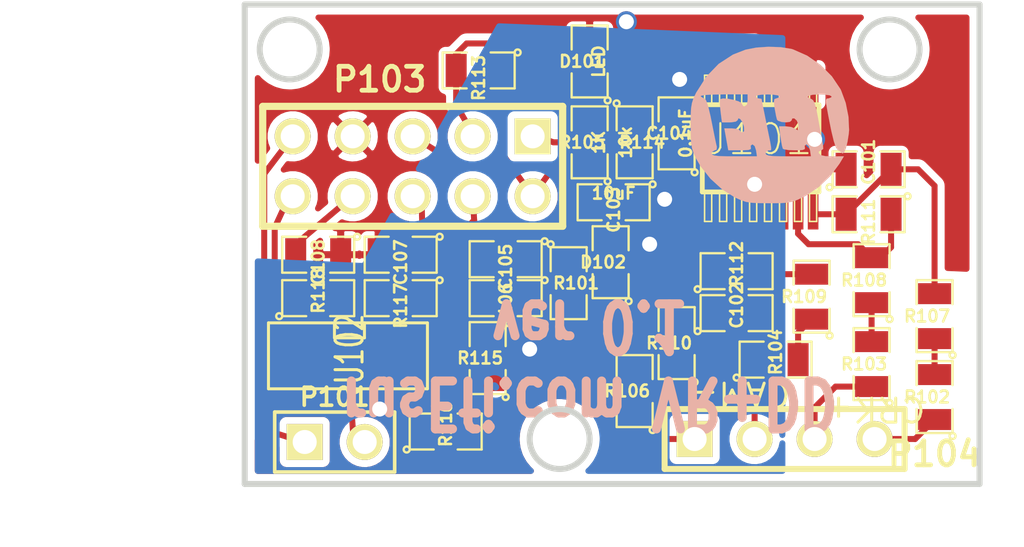
<source format=kicad_pcb>
(kicad_pcb (version 3) (host pcbnew "(2013-07-07 BZR 4022)-stable")

  (general
    (links 67)
    (no_connects 0)
    (area 209.55 49.044014 252.190251 76.422251)
    (thickness 1.6)
    (drawings 12)
    (tracks 184)
    (zones 0)
    (modules 34)
    (nets 30)
  )

  (page A4)
  (title_block 
    (company Art_Electro)
    (comment 1 cps_vrs_io_1)
    (comment 2 Art_Electro)
    (comment 3 Art_Electro)
    (comment 4 Art_Electro)
  )

  (layers
    (15 F.Cu signal)
    (0 B.Cu signal hide)
    (16 B.Adhes user)
    (17 F.Adhes user)
    (18 B.Paste user)
    (19 F.Paste user)
    (20 B.SilkS user hide)
    (21 F.SilkS user)
    (22 B.Mask user)
    (23 F.Mask user hide)
    (24 Dwgs.User user)
    (25 Cmts.User user)
    (26 Eco1.User user)
    (27 Eco2.User user)
    (28 Edge.Cuts user)
  )

  (setup
    (last_trace_width 0.254)
    (user_trace_width 0.5)
    (user_trace_width 1.27)
    (trace_clearance 0.1524)
    (zone_clearance 0.3)
    (zone_45_only no)
    (trace_min 0.254)
    (segment_width 0.254)
    (edge_width 0.254)
    (via_size 0.889)
    (via_drill 0.635)
    (via_min_size 0.889)
    (via_min_drill 0.508)
    (uvia_size 0.508)
    (uvia_drill 0.127)
    (uvias_allowed no)
    (uvia_min_size 0.508)
    (uvia_min_drill 0.127)
    (pcb_text_width 0.4318)
    (pcb_text_size 1.524 2.032)
    (mod_edge_width 0.09906)
    (mod_text_size 1.524 1.524)
    (mod_text_width 0.254)
    (pad_size 0.35052 0.70104)
    (pad_drill 0.6)
    (pad_to_mask_clearance 0.254)
    (aux_axis_origin 0 0)
    (visible_elements 7FFFFFFF)
    (pcbplotparams
      (layerselection 284983297)
      (usegerberextensions true)
      (excludeedgelayer true)
      (linewidth 0.150000)
      (plotframeref false)
      (viasonmask false)
      (mode 1)
      (useauxorigin false)
      (hpglpennumber 1)
      (hpglpenspeed 20)
      (hpglpendiameter 15)
      (hpglpenoverlay 2)
      (psnegative false)
      (psa4output false)
      (plotreference true)
      (plotvalue false)
      (plotothertext true)
      (plotinvisibletext false)
      (padsonsilk false)
      (subtractmaskfromsilk false)
      (outputformat 1)
      (mirror false)
      (drillshape 0)
      (scaleselection 1)
      (outputdirectory gerber))
  )

  (net 0 "")
  (net 1 /5V)
  (net 2 "/5v stab")
  (net 3 /CAM)
  (net 4 /CAM+)
  (net 5 /CAM-)
  (net 6 /CRANK)
  (net 7 /CRK2+)
  (net 8 /CRK2-)
  (net 9 /CS-KN1)
  (net 10 /MISO)
  (net 11 /SCK)
  (net 12 /knock1+)
  (net 13 /knock1-)
  (net 14 /knock_1+p)
  (net 15 /knock_1-p)
  (net 16 GND)
  (net 17 N-000001)
  (net 18 N-0000013)
  (net 19 N-0000014)
  (net 20 N-0000017)
  (net 21 N-0000018)
  (net 22 N-000002)
  (net 23 N-0000021)
  (net 24 N-0000022)
  (net 25 N-0000028)
  (net 26 N-0000029)
  (net 27 N-0000030)
  (net 28 N-0000031)
  (net 29 N-000009)

  (net_class Default "Это класс цепей по умолчанию."
    (clearance 0.1524)
    (trace_width 0.254)
    (via_dia 0.889)
    (via_drill 0.635)
    (uvia_dia 0.508)
    (uvia_drill 0.127)
    (add_net "")
    (add_net /5V)
    (add_net "/5v stab")
    (add_net /CAM)
    (add_net /CAM+)
    (add_net /CAM-)
    (add_net /CRANK)
    (add_net /CRK2+)
    (add_net /CRK2-)
    (add_net /CS-KN1)
    (add_net /MISO)
    (add_net /SCK)
    (add_net /knock1+)
    (add_net /knock1-)
    (add_net /knock_1+p)
    (add_net /knock_1-p)
    (add_net GND)
    (add_net N-000001)
    (add_net N-0000013)
    (add_net N-0000014)
    (add_net N-0000017)
    (add_net N-0000018)
    (add_net N-000002)
    (add_net N-0000021)
    (add_net N-0000022)
    (add_net N-0000028)
    (add_net N-0000029)
    (add_net N-0000030)
    (add_net N-0000031)
    (add_net N-000009)
  )

  (module SM0805   placed (layer F.Cu) (tedit 529E9944) (tstamp 528A14D4)
    (at 245.58625 57.62625)
    (path /4AD9C851)
    (attr smd)
    (fp_text reference C101 (at 0 -0.3175 90) (layer F.SilkS)
      (effects (font (size 0.50038 0.50038) (thickness 0.10922)))
    )
    (fp_text value 1000pF (at 0 0.381) (layer F.SilkS) hide
      (effects (font (size 0.50038 0.50038) (thickness 0.10922)))
    )
    (fp_circle (center -1.651 0.762) (end -1.651 0.635) (layer F.SilkS) (width 0.09906))
    (fp_line (start -0.508 0.762) (end -1.524 0.762) (layer F.SilkS) (width 0.09906))
    (fp_line (start -1.524 0.762) (end -1.524 -0.762) (layer F.SilkS) (width 0.09906))
    (fp_line (start -1.524 -0.762) (end -0.508 -0.762) (layer F.SilkS) (width 0.09906))
    (fp_line (start 0.508 -0.762) (end 1.524 -0.762) (layer F.SilkS) (width 0.09906))
    (fp_line (start 1.524 -0.762) (end 1.524 0.762) (layer F.SilkS) (width 0.09906))
    (fp_line (start 1.524 0.762) (end 0.508 0.762) (layer F.SilkS) (width 0.09906))
    (pad 1 smd rect (at -0.9525 0) (size 0.889 1.397)
      (layers F.Cu F.Paste F.Mask)
      (net 25 N-0000028)
    )
    (pad 2 smd rect (at 0.9525 0) (size 0.889 1.397)
      (layers F.Cu F.Paste F.Mask)
      (net 26 N-0000029)
    )
    (model smd/chip_cms.wrl
      (at (xyz 0 0 0))
      (scale (xyz 0.1 0.1 0.1))
      (rotate (xyz 0 0 0))
    )
  )

  (module SM0805   placed (layer F.Cu) (tedit 529E9999) (tstamp 528A14E1)
    (at 239.99825 63.72225)
    (path /4AD9CD25)
    (attr smd)
    (fp_text reference C102 (at 0 -0.3175 90) (layer F.SilkS)
      (effects (font (size 0.50038 0.50038) (thickness 0.10922)))
    )
    (fp_text value 1000pF (at 0 0.381) (layer F.SilkS) hide
      (effects (font (size 0.50038 0.50038) (thickness 0.10922)))
    )
    (fp_circle (center -1.651 0.762) (end -1.651 0.635) (layer F.SilkS) (width 0.09906))
    (fp_line (start -0.508 0.762) (end -1.524 0.762) (layer F.SilkS) (width 0.09906))
    (fp_line (start -1.524 0.762) (end -1.524 -0.762) (layer F.SilkS) (width 0.09906))
    (fp_line (start -1.524 -0.762) (end -0.508 -0.762) (layer F.SilkS) (width 0.09906))
    (fp_line (start 0.508 -0.762) (end 1.524 -0.762) (layer F.SilkS) (width 0.09906))
    (fp_line (start 1.524 -0.762) (end 1.524 0.762) (layer F.SilkS) (width 0.09906))
    (fp_line (start 1.524 0.762) (end 0.508 0.762) (layer F.SilkS) (width 0.09906))
    (pad 1 smd rect (at -0.9525 0) (size 0.889 1.397)
      (layers F.Cu F.Paste F.Mask)
      (net 27 N-0000030)
    )
    (pad 2 smd rect (at 0.9525 0) (size 0.889 1.397)
      (layers F.Cu F.Paste F.Mask)
      (net 28 N-0000031)
    )
    (model smd/chip_cms.wrl
      (at (xyz 0 0 0))
      (scale (xyz 0.1 0.1 0.1))
      (rotate (xyz 0 0 0))
    )
  )

  (module SM0805   placed (layer F.Cu) (tedit 529E9967) (tstamp 528A14FA)
    (at 237.45825 56.10225 90)
    (path /50D6291F)
    (attr smd)
    (fp_text reference C104 (at 0 -0.3175 180) (layer F.SilkS)
      (effects (font (size 0.50038 0.50038) (thickness 0.10922)))
    )
    (fp_text value 0.1uF (at 0 0.381 90) (layer F.SilkS)
      (effects (font (size 0.50038 0.50038) (thickness 0.10922)))
    )
    (fp_circle (center -1.651 0.762) (end -1.651 0.635) (layer F.SilkS) (width 0.09906))
    (fp_line (start -0.508 0.762) (end -1.524 0.762) (layer F.SilkS) (width 0.09906))
    (fp_line (start -1.524 0.762) (end -1.524 -0.762) (layer F.SilkS) (width 0.09906))
    (fp_line (start -1.524 -0.762) (end -0.508 -0.762) (layer F.SilkS) (width 0.09906))
    (fp_line (start 0.508 -0.762) (end 1.524 -0.762) (layer F.SilkS) (width 0.09906))
    (fp_line (start 1.524 -0.762) (end 1.524 0.762) (layer F.SilkS) (width 0.09906))
    (fp_line (start 1.524 0.762) (end 0.508 0.762) (layer F.SilkS) (width 0.09906))
    (pad 1 smd rect (at -0.9525 0 90) (size 0.889 1.397)
      (layers F.Cu F.Paste F.Mask)
      (net 1 /5V)
    )
    (pad 2 smd rect (at 0.9525 0 90) (size 0.889 1.397)
      (layers F.Cu F.Paste F.Mask)
      (net 16 GND)
    )
    (model smd/chip_cms.wrl
      (at (xyz 0 0 0))
      (scale (xyz 0.1 0.1 0.1))
      (rotate (xyz 0 0 0))
    )
  )

  (module SM0805   placed (layer F.Cu) (tedit 529E995F) (tstamp 528A1507)
    (at 230.21925 61.43625 180)
    (path /4E39E4ED)
    (attr smd)
    (fp_text reference C105 (at 0 -0.3175 270) (layer F.SilkS)
      (effects (font (size 0.50038 0.50038) (thickness 0.10922)))
    )
    (fp_text value 1uF (at 0 0.381 180) (layer F.SilkS) hide
      (effects (font (size 0.50038 0.50038) (thickness 0.10922)))
    )
    (fp_circle (center -1.651 0.762) (end -1.651 0.635) (layer F.SilkS) (width 0.09906))
    (fp_line (start -0.508 0.762) (end -1.524 0.762) (layer F.SilkS) (width 0.09906))
    (fp_line (start -1.524 0.762) (end -1.524 -0.762) (layer F.SilkS) (width 0.09906))
    (fp_line (start -1.524 -0.762) (end -0.508 -0.762) (layer F.SilkS) (width 0.09906))
    (fp_line (start 0.508 -0.762) (end 1.524 -0.762) (layer F.SilkS) (width 0.09906))
    (fp_line (start 1.524 -0.762) (end 1.524 0.762) (layer F.SilkS) (width 0.09906))
    (fp_line (start 1.524 0.762) (end 0.508 0.762) (layer F.SilkS) (width 0.09906))
    (pad 1 smd rect (at -0.9525 0 180) (size 0.889 1.397)
      (layers F.Cu F.Paste F.Mask)
      (net 16 GND)
    )
    (pad 2 smd rect (at 0.9525 0 180) (size 0.889 1.397)
      (layers F.Cu F.Paste F.Mask)
      (net 2 "/5v stab")
    )
    (model smd/chip_cms.wrl
      (at (xyz 0 0 0))
      (scale (xyz 0.1 0.1 0.1))
      (rotate (xyz 0 0 0))
    )
  )

  (module SM0805   placed (layer F.Cu) (tedit 529E9964) (tstamp 528A1514)
    (at 230.21925 63.08725 180)
    (path /4E39E4EE)
    (attr smd)
    (fp_text reference C106 (at 0 -0.3175 270) (layer F.SilkS)
      (effects (font (size 0.50038 0.50038) (thickness 0.10922)))
    )
    (fp_text value 0.1uF (at 0 0.381 180) (layer F.SilkS) hide
      (effects (font (size 0.50038 0.50038) (thickness 0.10922)))
    )
    (fp_circle (center -1.651 0.762) (end -1.651 0.635) (layer F.SilkS) (width 0.09906))
    (fp_line (start -0.508 0.762) (end -1.524 0.762) (layer F.SilkS) (width 0.09906))
    (fp_line (start -1.524 0.762) (end -1.524 -0.762) (layer F.SilkS) (width 0.09906))
    (fp_line (start -1.524 -0.762) (end -0.508 -0.762) (layer F.SilkS) (width 0.09906))
    (fp_line (start 0.508 -0.762) (end 1.524 -0.762) (layer F.SilkS) (width 0.09906))
    (fp_line (start 1.524 -0.762) (end 1.524 0.762) (layer F.SilkS) (width 0.09906))
    (fp_line (start 1.524 0.762) (end 0.508 0.762) (layer F.SilkS) (width 0.09906))
    (pad 1 smd rect (at -0.9525 0 180) (size 0.889 1.397)
      (layers F.Cu F.Paste F.Mask)
      (net 16 GND)
    )
    (pad 2 smd rect (at 0.9525 0 180) (size 0.889 1.397)
      (layers F.Cu F.Paste F.Mask)
      (net 2 "/5v stab")
    )
    (model smd/chip_cms.wrl
      (at (xyz 0 0 0))
      (scale (xyz 0.1 0.1 0.1))
      (rotate (xyz 0 0 0))
    )
  )

  (module SM0805   placed (layer F.Cu) (tedit 529E99FB) (tstamp 528A1521)
    (at 225.77425 61.24575 180)
    (path /4E39E4EC)
    (attr smd)
    (fp_text reference C107 (at 0 -0.3175 270) (layer F.SilkS)
      (effects (font (size 0.50038 0.50038) (thickness 0.10922)))
    )
    (fp_text value 0.1uF (at 0 0.381 180) (layer F.SilkS) hide
      (effects (font (size 0.50038 0.50038) (thickness 0.10922)))
    )
    (fp_circle (center -1.651 0.762) (end -1.651 0.635) (layer F.SilkS) (width 0.09906))
    (fp_line (start -0.508 0.762) (end -1.524 0.762) (layer F.SilkS) (width 0.09906))
    (fp_line (start -1.524 0.762) (end -1.524 -0.762) (layer F.SilkS) (width 0.09906))
    (fp_line (start -1.524 -0.762) (end -0.508 -0.762) (layer F.SilkS) (width 0.09906))
    (fp_line (start 0.508 -0.762) (end 1.524 -0.762) (layer F.SilkS) (width 0.09906))
    (fp_line (start 1.524 -0.762) (end 1.524 0.762) (layer F.SilkS) (width 0.09906))
    (fp_line (start 1.524 0.762) (end 0.508 0.762) (layer F.SilkS) (width 0.09906))
    (pad 1 smd rect (at -0.9525 0 180) (size 0.889 1.397)
      (layers F.Cu F.Paste F.Mask)
      (net 12 /knock1+)
    )
    (pad 2 smd rect (at 0.9525 0 180) (size 0.889 1.397)
      (layers F.Cu F.Paste F.Mask)
      (net 16 GND)
    )
    (model smd/chip_cms.wrl
      (at (xyz 0 0 0))
      (scale (xyz 0.1 0.1 0.1))
      (rotate (xyz 0 0 0))
    )
  )

  (module SM0805   placed (layer F.Cu) (tedit 529E99F8) (tstamp 528A152E)
    (at 222.28175 61.24575 180)
    (path /4E39E4FC)
    (attr smd)
    (fp_text reference C108 (at 0 -0.3175 270) (layer F.SilkS)
      (effects (font (size 0.50038 0.50038) (thickness 0.10922)))
    )
    (fp_text value 1000pF (at 0 0.381 180) (layer F.SilkS) hide
      (effects (font (size 0.50038 0.50038) (thickness 0.10922)))
    )
    (fp_circle (center -1.651 0.762) (end -1.651 0.635) (layer F.SilkS) (width 0.09906))
    (fp_line (start -0.508 0.762) (end -1.524 0.762) (layer F.SilkS) (width 0.09906))
    (fp_line (start -1.524 0.762) (end -1.524 -0.762) (layer F.SilkS) (width 0.09906))
    (fp_line (start -1.524 -0.762) (end -0.508 -0.762) (layer F.SilkS) (width 0.09906))
    (fp_line (start 0.508 -0.762) (end 1.524 -0.762) (layer F.SilkS) (width 0.09906))
    (fp_line (start 1.524 -0.762) (end 1.524 0.762) (layer F.SilkS) (width 0.09906))
    (fp_line (start 1.524 0.762) (end 0.508 0.762) (layer F.SilkS) (width 0.09906))
    (pad 1 smd rect (at -0.9525 0 180) (size 0.889 1.397)
      (layers F.Cu F.Paste F.Mask)
      (net 16 GND)
    )
    (pad 2 smd rect (at 0.9525 0 180) (size 0.889 1.397)
      (layers F.Cu F.Paste F.Mask)
      (net 13 /knock1-)
    )
    (model smd/chip_cms.wrl
      (at (xyz 0 0 0))
      (scale (xyz 0.1 0.1 0.1))
      (rotate (xyz 0 0 0))
    )
  )

  (module PIN_ARRAY_5x2   placed (layer F.Cu) (tedit 529E9A65) (tstamp 528A1562)
    (at 226.28225 57.49925 180)
    (descr "Double rangee de contacts 2 x 5 pins")
    (tags CONN)
    (path /5288F8BF)
    (fp_text reference P103 (at 1.397 3.683 180) (layer F.SilkS)
      (effects (font (size 1.016 1.016) (thickness 0.2032)))
    )
    (fp_text value CONN_5X2 (at 0 -3.81 180) (layer F.SilkS) hide
      (effects (font (size 1.016 1.016) (thickness 0.2032)))
    )
    (fp_line (start -6.35 -2.54) (end 6.35 -2.54) (layer F.SilkS) (width 0.3048))
    (fp_line (start 6.35 -2.54) (end 6.35 2.54) (layer F.SilkS) (width 0.3048))
    (fp_line (start 6.35 2.54) (end -6.35 2.54) (layer F.SilkS) (width 0.3048))
    (fp_line (start -6.35 2.54) (end -6.35 -2.54) (layer F.SilkS) (width 0.3048))
    (pad 1 thru_hole rect (at -5.08 1.27 180) (size 1.524 1.524) (drill 1.016)
      (layers *.Cu *.Mask F.SilkS)
      (net 3 /CAM)
    )
    (pad 2 thru_hole circle (at -5.08 -1.27 180) (size 1.524 1.524) (drill 1.016)
      (layers *.Cu *.Mask F.SilkS)
      (net 1 /5V)
    )
    (pad 3 thru_hole circle (at -2.54 1.27 180) (size 1.524 1.524) (drill 1.016)
      (layers *.Cu *.Mask F.SilkS)
      (net 6 /CRANK)
    )
    (pad 4 thru_hole circle (at -2.54 -1.27 180) (size 1.524 1.524) (drill 1.016)
      (layers *.Cu *.Mask F.SilkS)
      (net 2 "/5v stab")
    )
    (pad 5 thru_hole circle (at 0 1.27 180) (size 1.524 1.524) (drill 1.016)
      (layers *.Cu *.Mask F.SilkS)
      (net 9 /CS-KN1)
    )
    (pad 6 thru_hole circle (at 0 -1.27 180) (size 1.524 1.524) (drill 1.016)
      (layers *.Cu *.Mask F.SilkS)
      (net 12 /knock1+)
    )
    (pad 7 thru_hole circle (at 2.54 1.27 180) (size 1.524 1.524) (drill 1.016)
      (layers *.Cu *.Mask F.SilkS)
      (net 16 GND)
    )
    (pad 8 thru_hole circle (at 2.54 -1.27 180) (size 1.524 1.524) (drill 1.016)
      (layers *.Cu *.Mask F.SilkS)
      (net 13 /knock1-)
    )
    (pad 9 thru_hole circle (at 5.08 1.27 180) (size 1.524 1.524) (drill 1.016)
      (layers *.Cu *.Mask F.SilkS)
      (net 10 /MISO)
    )
    (pad 10 thru_hole circle (at 5.08 -1.27 180) (size 1.524 1.524) (drill 1.016)
      (layers *.Cu *.Mask F.SilkS)
      (net 11 /SCK)
    )
    (model pin_array/pins_array_5x2.wrl
      (at (xyz 0 0 0))
      (scale (xyz 1 1 1))
      (rotate (xyz 0 0 0))
    )
  )

  (module SM0805   placed (layer F.Cu) (tedit 529E9912) (tstamp 529E9947)
    (at 248.38025 67.27825 90)
    (path /4E39E3A9)
    (attr smd)
    (fp_text reference R102 (at 0 -0.3175 180) (layer F.SilkS)
      (effects (font (size 0.50038 0.50038) (thickness 0.10922)))
    )
    (fp_text value 5k (at 0 0.381 90) (layer F.SilkS) hide
      (effects (font (size 0.50038 0.50038) (thickness 0.10922)))
    )
    (fp_circle (center -1.651 0.762) (end -1.651 0.635) (layer F.SilkS) (width 0.09906))
    (fp_line (start -0.508 0.762) (end -1.524 0.762) (layer F.SilkS) (width 0.09906))
    (fp_line (start -1.524 0.762) (end -1.524 -0.762) (layer F.SilkS) (width 0.09906))
    (fp_line (start -1.524 -0.762) (end -0.508 -0.762) (layer F.SilkS) (width 0.09906))
    (fp_line (start 0.508 -0.762) (end 1.524 -0.762) (layer F.SilkS) (width 0.09906))
    (fp_line (start 1.524 -0.762) (end 1.524 0.762) (layer F.SilkS) (width 0.09906))
    (fp_line (start 1.524 0.762) (end 0.508 0.762) (layer F.SilkS) (width 0.09906))
    (pad 1 smd rect (at -0.9525 0 90) (size 0.889 1.397)
      (layers F.Cu F.Paste F.Mask)
      (net 7 /CRK2+)
    )
    (pad 2 smd rect (at 0.9525 0 90) (size 0.889 1.397)
      (layers F.Cu F.Paste F.Mask)
      (net 20 N-0000017)
    )
    (model smd/chip_cms.wrl
      (at (xyz 0 0 0))
      (scale (xyz 0.1 0.1 0.1))
      (rotate (xyz 0 0 0))
    )
  )

  (module SM0805   placed (layer F.Cu) (tedit 529E991B) (tstamp 528A15A8)
    (at 245.71325 65.88125 90)
    (path /4E39E3A5)
    (attr smd)
    (fp_text reference R103 (at 0 -0.3175 180) (layer F.SilkS)
      (effects (font (size 0.50038 0.50038) (thickness 0.10922)))
    )
    (fp_text value 5k (at 0 0.381 90) (layer F.SilkS) hide
      (effects (font (size 0.50038 0.50038) (thickness 0.10922)))
    )
    (fp_circle (center -1.651 0.762) (end -1.651 0.635) (layer F.SilkS) (width 0.09906))
    (fp_line (start -0.508 0.762) (end -1.524 0.762) (layer F.SilkS) (width 0.09906))
    (fp_line (start -1.524 0.762) (end -1.524 -0.762) (layer F.SilkS) (width 0.09906))
    (fp_line (start -1.524 -0.762) (end -0.508 -0.762) (layer F.SilkS) (width 0.09906))
    (fp_line (start 0.508 -0.762) (end 1.524 -0.762) (layer F.SilkS) (width 0.09906))
    (fp_line (start 1.524 -0.762) (end 1.524 0.762) (layer F.SilkS) (width 0.09906))
    (fp_line (start 1.524 0.762) (end 0.508 0.762) (layer F.SilkS) (width 0.09906))
    (pad 1 smd rect (at -0.9525 0 90) (size 0.889 1.397)
      (layers F.Cu F.Paste F.Mask)
      (net 8 /CRK2-)
    )
    (pad 2 smd rect (at 0.9525 0 90) (size 0.889 1.397)
      (layers F.Cu F.Paste F.Mask)
      (net 24 N-0000022)
    )
    (model smd/chip_cms.wrl
      (at (xyz 0 0 0))
      (scale (xyz 0.1 0.1 0.1))
      (rotate (xyz 0 0 0))
    )
  )

  (module SM0805   placed (layer F.Cu) (tedit 529E99BC) (tstamp 528A15B5)
    (at 241.64925 65.69075)
    (path /4E39E39B)
    (attr smd)
    (fp_text reference R104 (at 0 -0.3175 90) (layer F.SilkS)
      (effects (font (size 0.50038 0.50038) (thickness 0.10922)))
    )
    (fp_text value 5k (at 0 0.381) (layer F.SilkS) hide
      (effects (font (size 0.50038 0.50038) (thickness 0.10922)))
    )
    (fp_circle (center -1.651 0.762) (end -1.651 0.635) (layer F.SilkS) (width 0.09906))
    (fp_line (start -0.508 0.762) (end -1.524 0.762) (layer F.SilkS) (width 0.09906))
    (fp_line (start -1.524 0.762) (end -1.524 -0.762) (layer F.SilkS) (width 0.09906))
    (fp_line (start -1.524 -0.762) (end -0.508 -0.762) (layer F.SilkS) (width 0.09906))
    (fp_line (start 0.508 -0.762) (end 1.524 -0.762) (layer F.SilkS) (width 0.09906))
    (fp_line (start 1.524 -0.762) (end 1.524 0.762) (layer F.SilkS) (width 0.09906))
    (fp_line (start 1.524 0.762) (end 0.508 0.762) (layer F.SilkS) (width 0.09906))
    (pad 1 smd rect (at -0.9525 0) (size 0.889 1.397)
      (layers F.Cu F.Paste F.Mask)
      (net 5 /CAM-)
    )
    (pad 2 smd rect (at 0.9525 0) (size 0.889 1.397)
      (layers F.Cu F.Paste F.Mask)
      (net 21 N-0000018)
    )
    (model smd/chip_cms.wrl
      (at (xyz 0 0 0))
      (scale (xyz 0.1 0.1 0.1))
      (rotate (xyz 0 0 0))
    )
  )

  (module SM0805   placed (layer F.Cu) (tedit 529E996B) (tstamp 528A15C2)
    (at 233.77525 56.48325 90)
    (path /4E39E399)
    (attr smd)
    (fp_text reference R105 (at 0 -0.3175 180) (layer F.SilkS)
      (effects (font (size 0.50038 0.50038) (thickness 0.10922)))
    )
    (fp_text value 1K (at 0 0.381 90) (layer F.SilkS)
      (effects (font (size 0.50038 0.50038) (thickness 0.10922)))
    )
    (fp_circle (center -1.651 0.762) (end -1.651 0.635) (layer F.SilkS) (width 0.09906))
    (fp_line (start -0.508 0.762) (end -1.524 0.762) (layer F.SilkS) (width 0.09906))
    (fp_line (start -1.524 0.762) (end -1.524 -0.762) (layer F.SilkS) (width 0.09906))
    (fp_line (start -1.524 -0.762) (end -0.508 -0.762) (layer F.SilkS) (width 0.09906))
    (fp_line (start 0.508 -0.762) (end 1.524 -0.762) (layer F.SilkS) (width 0.09906))
    (fp_line (start 1.524 -0.762) (end 1.524 0.762) (layer F.SilkS) (width 0.09906))
    (fp_line (start 1.524 0.762) (end 0.508 0.762) (layer F.SilkS) (width 0.09906))
    (pad 1 smd rect (at -0.9525 0 90) (size 0.889 1.397)
      (layers F.Cu F.Paste F.Mask)
      (net 1 /5V)
    )
    (pad 2 smd rect (at 0.9525 0 90) (size 0.889 1.397)
      (layers F.Cu F.Paste F.Mask)
      (net 18 N-0000013)
    )
    (model smd/chip_cms.wrl
      (at (xyz 0 0 0))
      (scale (xyz 0.1 0.1 0.1))
      (rotate (xyz 0 0 0))
    )
  )

  (module SM0805 (layer F.Cu) (tedit 529E99A9) (tstamp 528A15CF)
    (at 235.68025 67.02425 90)
    (path /4E39E39D)
    (attr smd)
    (fp_text reference R106 (at 0 -0.3175 180) (layer F.SilkS)
      (effects (font (size 0.50038 0.50038) (thickness 0.10922)))
    )
    (fp_text value 5k (at 0 0.381 90) (layer F.SilkS) hide
      (effects (font (size 0.50038 0.50038) (thickness 0.10922)))
    )
    (fp_circle (center -1.651 0.762) (end -1.651 0.635) (layer F.SilkS) (width 0.09906))
    (fp_line (start -0.508 0.762) (end -1.524 0.762) (layer F.SilkS) (width 0.09906))
    (fp_line (start -1.524 0.762) (end -1.524 -0.762) (layer F.SilkS) (width 0.09906))
    (fp_line (start -1.524 -0.762) (end -0.508 -0.762) (layer F.SilkS) (width 0.09906))
    (fp_line (start 0.508 -0.762) (end 1.524 -0.762) (layer F.SilkS) (width 0.09906))
    (fp_line (start 1.524 -0.762) (end 1.524 0.762) (layer F.SilkS) (width 0.09906))
    (fp_line (start 1.524 0.762) (end 0.508 0.762) (layer F.SilkS) (width 0.09906))
    (pad 1 smd rect (at -0.9525 0 90) (size 0.889 1.397)
      (layers F.Cu F.Paste F.Mask)
      (net 4 /CAM+)
    )
    (pad 2 smd rect (at 0.9525 0 90) (size 0.889 1.397)
      (layers F.Cu F.Paste F.Mask)
      (net 23 N-0000021)
    )
    (model smd/chip_cms.wrl
      (at (xyz 0 0 0))
      (scale (xyz 0.1 0.1 0.1))
      (rotate (xyz 0 0 0))
    )
  )

  (module SM0805   placed (layer F.Cu) (tedit 529E9916) (tstamp 528A15DC)
    (at 248.38025 63.84925 90)
    (path /4E39E3AD)
    (attr smd)
    (fp_text reference R107 (at 0 -0.3175 180) (layer F.SilkS)
      (effects (font (size 0.50038 0.50038) (thickness 0.10922)))
    )
    (fp_text value 5k (at 0 0.381 90) (layer F.SilkS) hide
      (effects (font (size 0.50038 0.50038) (thickness 0.10922)))
    )
    (fp_circle (center -1.651 0.762) (end -1.651 0.635) (layer F.SilkS) (width 0.09906))
    (fp_line (start -0.508 0.762) (end -1.524 0.762) (layer F.SilkS) (width 0.09906))
    (fp_line (start -1.524 0.762) (end -1.524 -0.762) (layer F.SilkS) (width 0.09906))
    (fp_line (start -1.524 -0.762) (end -0.508 -0.762) (layer F.SilkS) (width 0.09906))
    (fp_line (start 0.508 -0.762) (end 1.524 -0.762) (layer F.SilkS) (width 0.09906))
    (fp_line (start 1.524 -0.762) (end 1.524 0.762) (layer F.SilkS) (width 0.09906))
    (fp_line (start 1.524 0.762) (end 0.508 0.762) (layer F.SilkS) (width 0.09906))
    (pad 1 smd rect (at -0.9525 0 90) (size 0.889 1.397)
      (layers F.Cu F.Paste F.Mask)
      (net 20 N-0000017)
    )
    (pad 2 smd rect (at 0.9525 0 90) (size 0.889 1.397)
      (layers F.Cu F.Paste F.Mask)
      (net 26 N-0000029)
    )
    (model smd/chip_cms.wrl
      (at (xyz 0 0 0))
      (scale (xyz 0.1 0.1 0.1))
      (rotate (xyz 0 0 0))
    )
  )

  (module SM0805   placed (layer F.Cu) (tedit 529E99B6) (tstamp 528A15E9)
    (at 245.71325 62.32525 90)
    (path /4E39E3A0)
    (attr smd)
    (fp_text reference R108 (at 0 -0.3175 180) (layer F.SilkS)
      (effects (font (size 0.50038 0.50038) (thickness 0.10922)))
    )
    (fp_text value 5k (at 0 0.381 90) (layer F.SilkS) hide
      (effects (font (size 0.50038 0.50038) (thickness 0.10922)))
    )
    (fp_circle (center -1.651 0.762) (end -1.651 0.635) (layer F.SilkS) (width 0.09906))
    (fp_line (start -0.508 0.762) (end -1.524 0.762) (layer F.SilkS) (width 0.09906))
    (fp_line (start -1.524 0.762) (end -1.524 -0.762) (layer F.SilkS) (width 0.09906))
    (fp_line (start -1.524 -0.762) (end -0.508 -0.762) (layer F.SilkS) (width 0.09906))
    (fp_line (start 0.508 -0.762) (end 1.524 -0.762) (layer F.SilkS) (width 0.09906))
    (fp_line (start 1.524 -0.762) (end 1.524 0.762) (layer F.SilkS) (width 0.09906))
    (fp_line (start 1.524 0.762) (end 0.508 0.762) (layer F.SilkS) (width 0.09906))
    (pad 1 smd rect (at -0.9525 0 90) (size 0.889 1.397)
      (layers F.Cu F.Paste F.Mask)
      (net 24 N-0000022)
    )
    (pad 2 smd rect (at 0.9525 0 90) (size 0.889 1.397)
      (layers F.Cu F.Paste F.Mask)
      (net 25 N-0000028)
    )
    (model smd/chip_cms.wrl
      (at (xyz 0 0 0))
      (scale (xyz 0.1 0.1 0.1))
      (rotate (xyz 0 0 0))
    )
  )

  (module SM0805   placed (layer F.Cu) (tedit 529E99B2) (tstamp 528A15F6)
    (at 243.17325 63.02375 90)
    (path /4E39E396)
    (attr smd)
    (fp_text reference R109 (at 0 -0.3175 180) (layer F.SilkS)
      (effects (font (size 0.50038 0.50038) (thickness 0.10922)))
    )
    (fp_text value 5k (at 0 0.381 90) (layer F.SilkS) hide
      (effects (font (size 0.50038 0.50038) (thickness 0.10922)))
    )
    (fp_circle (center -1.651 0.762) (end -1.651 0.635) (layer F.SilkS) (width 0.09906))
    (fp_line (start -0.508 0.762) (end -1.524 0.762) (layer F.SilkS) (width 0.09906))
    (fp_line (start -1.524 0.762) (end -1.524 -0.762) (layer F.SilkS) (width 0.09906))
    (fp_line (start -1.524 -0.762) (end -0.508 -0.762) (layer F.SilkS) (width 0.09906))
    (fp_line (start 0.508 -0.762) (end 1.524 -0.762) (layer F.SilkS) (width 0.09906))
    (fp_line (start 1.524 -0.762) (end 1.524 0.762) (layer F.SilkS) (width 0.09906))
    (fp_line (start 1.524 0.762) (end 0.508 0.762) (layer F.SilkS) (width 0.09906))
    (pad 1 smd rect (at -0.9525 0 90) (size 0.889 1.397)
      (layers F.Cu F.Paste F.Mask)
      (net 21 N-0000018)
    )
    (pad 2 smd rect (at 0.9525 0 90) (size 0.889 1.397)
      (layers F.Cu F.Paste F.Mask)
      (net 28 N-0000031)
    )
    (model smd/chip_cms.wrl
      (at (xyz 0 0 0))
      (scale (xyz 0.1 0.1 0.1))
      (rotate (xyz 0 0 0))
    )
  )

  (module SM0805   placed (layer F.Cu) (tedit 529E99A6) (tstamp 528A1603)
    (at 237.45825 64.99225 90)
    (path /4E39E393)
    (attr smd)
    (fp_text reference R110 (at 0 -0.3175 180) (layer F.SilkS)
      (effects (font (size 0.50038 0.50038) (thickness 0.10922)))
    )
    (fp_text value 5k (at 0 0.381 90) (layer F.SilkS) hide
      (effects (font (size 0.50038 0.50038) (thickness 0.10922)))
    )
    (fp_circle (center -1.651 0.762) (end -1.651 0.635) (layer F.SilkS) (width 0.09906))
    (fp_line (start -0.508 0.762) (end -1.524 0.762) (layer F.SilkS) (width 0.09906))
    (fp_line (start -1.524 0.762) (end -1.524 -0.762) (layer F.SilkS) (width 0.09906))
    (fp_line (start -1.524 -0.762) (end -0.508 -0.762) (layer F.SilkS) (width 0.09906))
    (fp_line (start 0.508 -0.762) (end 1.524 -0.762) (layer F.SilkS) (width 0.09906))
    (fp_line (start 1.524 -0.762) (end 1.524 0.762) (layer F.SilkS) (width 0.09906))
    (fp_line (start 1.524 0.762) (end 0.508 0.762) (layer F.SilkS) (width 0.09906))
    (pad 1 smd rect (at -0.9525 0 90) (size 0.889 1.397)
      (layers F.Cu F.Paste F.Mask)
      (net 23 N-0000021)
    )
    (pad 2 smd rect (at 0.9525 0 90) (size 0.889 1.397)
      (layers F.Cu F.Paste F.Mask)
      (net 27 N-0000030)
    )
    (model smd/chip_cms.wrl
      (at (xyz 0 0 0))
      (scale (xyz 0.1 0.1 0.1))
      (rotate (xyz 0 0 0))
    )
  )

  (module SM0805   placed (layer F.Cu) (tedit 529E994B) (tstamp 529E99E5)
    (at 245.58625 59.53125 180)
    (path /4E39E390)
    (attr smd)
    (fp_text reference R111 (at 0 -0.3175 270) (layer F.SilkS)
      (effects (font (size 0.50038 0.50038) (thickness 0.10922)))
    )
    (fp_text value 5k (at 0 0.381 180) (layer F.SilkS) hide
      (effects (font (size 0.50038 0.50038) (thickness 0.10922)))
    )
    (fp_circle (center -1.651 0.762) (end -1.651 0.635) (layer F.SilkS) (width 0.09906))
    (fp_line (start -0.508 0.762) (end -1.524 0.762) (layer F.SilkS) (width 0.09906))
    (fp_line (start -1.524 0.762) (end -1.524 -0.762) (layer F.SilkS) (width 0.09906))
    (fp_line (start -1.524 -0.762) (end -0.508 -0.762) (layer F.SilkS) (width 0.09906))
    (fp_line (start 0.508 -0.762) (end 1.524 -0.762) (layer F.SilkS) (width 0.09906))
    (fp_line (start 1.524 -0.762) (end 1.524 0.762) (layer F.SilkS) (width 0.09906))
    (fp_line (start 1.524 0.762) (end 0.508 0.762) (layer F.SilkS) (width 0.09906))
    (pad 1 smd rect (at -0.9525 0 180) (size 0.889 1.397)
      (layers F.Cu F.Paste F.Mask)
      (net 25 N-0000028)
    )
    (pad 2 smd rect (at 0.9525 0 180) (size 0.889 1.397)
      (layers F.Cu F.Paste F.Mask)
      (net 26 N-0000029)
    )
    (model smd/chip_cms.wrl
      (at (xyz 0 0 0))
      (scale (xyz 0.1 0.1 0.1))
      (rotate (xyz 0 0 0))
    )
  )

  (module SM0805   placed (layer F.Cu) (tedit 529E99AE) (tstamp 528A161D)
    (at 239.99825 61.94425)
    (path /4E39E38D)
    (attr smd)
    (fp_text reference R112 (at 0 -0.3175 90) (layer F.SilkS)
      (effects (font (size 0.50038 0.50038) (thickness 0.10922)))
    )
    (fp_text value 5k (at 0 0.381) (layer F.SilkS) hide
      (effects (font (size 0.50038 0.50038) (thickness 0.10922)))
    )
    (fp_circle (center -1.651 0.762) (end -1.651 0.635) (layer F.SilkS) (width 0.09906))
    (fp_line (start -0.508 0.762) (end -1.524 0.762) (layer F.SilkS) (width 0.09906))
    (fp_line (start -1.524 0.762) (end -1.524 -0.762) (layer F.SilkS) (width 0.09906))
    (fp_line (start -1.524 -0.762) (end -0.508 -0.762) (layer F.SilkS) (width 0.09906))
    (fp_line (start 0.508 -0.762) (end 1.524 -0.762) (layer F.SilkS) (width 0.09906))
    (fp_line (start 1.524 -0.762) (end 1.524 0.762) (layer F.SilkS) (width 0.09906))
    (fp_line (start 1.524 0.762) (end 0.508 0.762) (layer F.SilkS) (width 0.09906))
    (pad 1 smd rect (at -0.9525 0) (size 0.889 1.397)
      (layers F.Cu F.Paste F.Mask)
      (net 27 N-0000030)
    )
    (pad 2 smd rect (at 0.9525 0) (size 0.889 1.397)
      (layers F.Cu F.Paste F.Mask)
      (net 28 N-0000031)
    )
    (model smd/chip_cms.wrl
      (at (xyz 0 0 0))
      (scale (xyz 0.1 0.1 0.1))
      (rotate (xyz 0 0 0))
    )
  )

  (module SM0805   placed (layer F.Cu) (tedit 529E997F) (tstamp 528A162A)
    (at 229.07625 53.43525 180)
    (path /4AD9C75B)
    (attr smd)
    (fp_text reference R113 (at 0 -0.3175 270) (layer F.SilkS)
      (effects (font (size 0.50038 0.50038) (thickness 0.10922)))
    )
    (fp_text value 10k (at 0 0.381 180) (layer F.SilkS) hide
      (effects (font (size 0.50038 0.50038) (thickness 0.10922)))
    )
    (fp_circle (center -1.651 0.762) (end -1.651 0.635) (layer F.SilkS) (width 0.09906))
    (fp_line (start -0.508 0.762) (end -1.524 0.762) (layer F.SilkS) (width 0.09906))
    (fp_line (start -1.524 0.762) (end -1.524 -0.762) (layer F.SilkS) (width 0.09906))
    (fp_line (start -1.524 -0.762) (end -0.508 -0.762) (layer F.SilkS) (width 0.09906))
    (fp_line (start 0.508 -0.762) (end 1.524 -0.762) (layer F.SilkS) (width 0.09906))
    (fp_line (start 1.524 -0.762) (end 1.524 0.762) (layer F.SilkS) (width 0.09906))
    (fp_line (start 1.524 0.762) (end 0.508 0.762) (layer F.SilkS) (width 0.09906))
    (pad 1 smd rect (at -0.9525 0 180) (size 0.889 1.397)
      (layers F.Cu F.Paste F.Mask)
      (net 1 /5V)
    )
    (pad 2 smd rect (at 0.9525 0 180) (size 0.889 1.397)
      (layers F.Cu F.Paste F.Mask)
      (net 6 /CRANK)
    )
    (model smd/chip_cms.wrl
      (at (xyz 0 0 0))
      (scale (xyz 0.1 0.1 0.1))
      (rotate (xyz 0 0 0))
    )
  )

  (module SM0805   placed (layer F.Cu) (tedit 529E9969) (tstamp 528A1637)
    (at 235.68025 56.48325 270)
    (path /5101D08D)
    (attr smd)
    (fp_text reference R114 (at 0 -0.3175 360) (layer F.SilkS)
      (effects (font (size 0.50038 0.50038) (thickness 0.10922)))
    )
    (fp_text value 10k (at 0 0.381 270) (layer F.SilkS)
      (effects (font (size 0.50038 0.50038) (thickness 0.10922)))
    )
    (fp_circle (center -1.651 0.762) (end -1.651 0.635) (layer F.SilkS) (width 0.09906))
    (fp_line (start -0.508 0.762) (end -1.524 0.762) (layer F.SilkS) (width 0.09906))
    (fp_line (start -1.524 0.762) (end -1.524 -0.762) (layer F.SilkS) (width 0.09906))
    (fp_line (start -1.524 -0.762) (end -0.508 -0.762) (layer F.SilkS) (width 0.09906))
    (fp_line (start 0.508 -0.762) (end 1.524 -0.762) (layer F.SilkS) (width 0.09906))
    (fp_line (start 1.524 -0.762) (end 1.524 0.762) (layer F.SilkS) (width 0.09906))
    (fp_line (start 1.524 0.762) (end 0.508 0.762) (layer F.SilkS) (width 0.09906))
    (pad 1 smd rect (at -0.9525 0 270) (size 0.889 1.397)
      (layers F.Cu F.Paste F.Mask)
      (net 3 /CAM)
    )
    (pad 2 smd rect (at 0.9525 0 270) (size 0.889 1.397)
      (layers F.Cu F.Paste F.Mask)
      (net 1 /5V)
    )
    (model smd/chip_cms.wrl
      (at (xyz 0 0 0))
      (scale (xyz 0.1 0.1 0.1))
      (rotate (xyz 0 0 0))
    )
  )

  (module SM0805   placed (layer F.Cu) (tedit 529E99D9) (tstamp 528A1644)
    (at 229.45725 65.62725 90)
    (path /4E39E4F7)
    (attr smd)
    (fp_text reference R115 (at 0 -0.3175 180) (layer F.SilkS)
      (effects (font (size 0.50038 0.50038) (thickness 0.10922)))
    )
    (fp_text value 10K (at 0 0.381 90) (layer F.SilkS) hide
      (effects (font (size 0.50038 0.50038) (thickness 0.10922)))
    )
    (fp_circle (center -1.651 0.762) (end -1.651 0.635) (layer F.SilkS) (width 0.09906))
    (fp_line (start -0.508 0.762) (end -1.524 0.762) (layer F.SilkS) (width 0.09906))
    (fp_line (start -1.524 0.762) (end -1.524 -0.762) (layer F.SilkS) (width 0.09906))
    (fp_line (start -1.524 -0.762) (end -0.508 -0.762) (layer F.SilkS) (width 0.09906))
    (fp_line (start 0.508 -0.762) (end 1.524 -0.762) (layer F.SilkS) (width 0.09906))
    (fp_line (start 1.524 -0.762) (end 1.524 0.762) (layer F.SilkS) (width 0.09906))
    (fp_line (start 1.524 0.762) (end 0.508 0.762) (layer F.SilkS) (width 0.09906))
    (pad 1 smd rect (at -0.9525 0 90) (size 0.889 1.397)
      (layers F.Cu F.Paste F.Mask)
      (net 17 N-000001)
    )
    (pad 2 smd rect (at 0.9525 0 90) (size 0.889 1.397)
      (layers F.Cu F.Paste F.Mask)
      (net 22 N-000002)
    )
    (model smd/chip_cms.wrl
      (at (xyz 0 0 0))
      (scale (xyz 0.1 0.1 0.1))
      (rotate (xyz 0 0 0))
    )
  )

  (module SM0805   placed (layer F.Cu) (tedit 529E99DC) (tstamp 528A1651)
    (at 227.67925 68.73875)
    (path /4E39E500)
    (attr smd)
    (fp_text reference R116 (at 0 -0.3175 90) (layer F.SilkS)
      (effects (font (size 0.50038 0.50038) (thickness 0.10922)))
    )
    (fp_text value 10K (at 0 0.381) (layer F.SilkS) hide
      (effects (font (size 0.50038 0.50038) (thickness 0.10922)))
    )
    (fp_circle (center -1.651 0.762) (end -1.651 0.635) (layer F.SilkS) (width 0.09906))
    (fp_line (start -0.508 0.762) (end -1.524 0.762) (layer F.SilkS) (width 0.09906))
    (fp_line (start -1.524 0.762) (end -1.524 -0.762) (layer F.SilkS) (width 0.09906))
    (fp_line (start -1.524 -0.762) (end -0.508 -0.762) (layer F.SilkS) (width 0.09906))
    (fp_line (start 0.508 -0.762) (end 1.524 -0.762) (layer F.SilkS) (width 0.09906))
    (fp_line (start 1.524 -0.762) (end 1.524 0.762) (layer F.SilkS) (width 0.09906))
    (fp_line (start 1.524 0.762) (end 0.508 0.762) (layer F.SilkS) (width 0.09906))
    (pad 1 smd rect (at -0.9525 0) (size 0.889 1.397)
      (layers F.Cu F.Paste F.Mask)
      (net 29 N-000009)
    )
    (pad 2 smd rect (at 0.9525 0) (size 0.889 1.397)
      (layers F.Cu F.Paste F.Mask)
      (net 17 N-000001)
    )
    (model smd/chip_cms.wrl
      (at (xyz 0 0 0))
      (scale (xyz 0.1 0.1 0.1))
      (rotate (xyz 0 0 0))
    )
  )

  (module SM0805   placed (layer F.Cu) (tedit 529E99F4) (tstamp 528A165E)
    (at 225.77425 63.08725 180)
    (path /4E39E4F6)
    (attr smd)
    (fp_text reference R117 (at 0 -0.3175 270) (layer F.SilkS)
      (effects (font (size 0.50038 0.50038) (thickness 0.10922)))
    )
    (fp_text value 20K (at 0 0.381 180) (layer F.SilkS) hide
      (effects (font (size 0.50038 0.50038) (thickness 0.10922)))
    )
    (fp_circle (center -1.651 0.762) (end -1.651 0.635) (layer F.SilkS) (width 0.09906))
    (fp_line (start -0.508 0.762) (end -1.524 0.762) (layer F.SilkS) (width 0.09906))
    (fp_line (start -1.524 0.762) (end -1.524 -0.762) (layer F.SilkS) (width 0.09906))
    (fp_line (start -1.524 -0.762) (end -0.508 -0.762) (layer F.SilkS) (width 0.09906))
    (fp_line (start 0.508 -0.762) (end 1.524 -0.762) (layer F.SilkS) (width 0.09906))
    (fp_line (start 1.524 -0.762) (end 1.524 0.762) (layer F.SilkS) (width 0.09906))
    (fp_line (start 1.524 0.762) (end 0.508 0.762) (layer F.SilkS) (width 0.09906))
    (pad 1 smd rect (at -0.9525 0 180) (size 0.889 1.397)
      (layers F.Cu F.Paste F.Mask)
      (net 12 /knock1+)
    )
    (pad 2 smd rect (at 0.9525 0 180) (size 0.889 1.397)
      (layers F.Cu F.Paste F.Mask)
      (net 22 N-000002)
    )
    (model smd/chip_cms.wrl
      (at (xyz 0 0 0))
      (scale (xyz 0.1 0.1 0.1))
      (rotate (xyz 0 0 0))
    )
  )

  (module SM0805   placed (layer F.Cu) (tedit 529E99F5) (tstamp 528A166B)
    (at 222.28175 63.08725)
    (path /4E39E4FF)
    (attr smd)
    (fp_text reference R118 (at 0 -0.3175 90) (layer F.SilkS)
      (effects (font (size 0.50038 0.50038) (thickness 0.10922)))
    )
    (fp_text value 20K (at 0 0.381) (layer F.SilkS) hide
      (effects (font (size 0.50038 0.50038) (thickness 0.10922)))
    )
    (fp_circle (center -1.651 0.762) (end -1.651 0.635) (layer F.SilkS) (width 0.09906))
    (fp_line (start -0.508 0.762) (end -1.524 0.762) (layer F.SilkS) (width 0.09906))
    (fp_line (start -1.524 0.762) (end -1.524 -0.762) (layer F.SilkS) (width 0.09906))
    (fp_line (start -1.524 -0.762) (end -0.508 -0.762) (layer F.SilkS) (width 0.09906))
    (fp_line (start 0.508 -0.762) (end 1.524 -0.762) (layer F.SilkS) (width 0.09906))
    (fp_line (start 1.524 -0.762) (end 1.524 0.762) (layer F.SilkS) (width 0.09906))
    (fp_line (start 1.524 0.762) (end 0.508 0.762) (layer F.SilkS) (width 0.09906))
    (pad 1 smd rect (at -0.9525 0) (size 0.889 1.397)
      (layers F.Cu F.Paste F.Mask)
      (net 13 /knock1-)
    )
    (pad 2 smd rect (at 0.9525 0) (size 0.889 1.397)
      (layers F.Cu F.Paste F.Mask)
      (net 29 N-000009)
    )
    (model smd/chip_cms.wrl
      (at (xyz 0 0 0))
      (scale (xyz 0.1 0.1 0.1))
      (rotate (xyz 0 0 0))
    )
  )

  (module maxim-10-QSOP16   placed (layer F.Cu) (tedit 529E9A8F) (tstamp 529C9412)
    (at 241.01425 56.73725 180)
    (descr "SMALL OUTLINE PACKAGE")
    (tags "SMALL OUTLINE PACKAGE")
    (path /4BF90B79)
    (attr smd)
    (fp_text reference U101 (at 0.254 0.381 180) (layer F.SilkS)
      (effects (font (size 1.27 1.27) (thickness 0.0889)))
    )
    (fp_text value MAX9926/9927 (at -3.45186 -0.97028 270) (layer F.SilkS) hide
      (effects (font (size 1.27 1.27) (thickness 0.0889)))
    )
    (fp_line (start -2.37236 3.0988) (end -2.0701 3.0988) (layer F.SilkS) (width 0.06604))
    (fp_line (start -2.0701 3.0988) (end -2.0701 1.79832) (layer F.SilkS) (width 0.06604))
    (fp_line (start -2.37236 1.79832) (end -2.0701 1.79832) (layer F.SilkS) (width 0.06604))
    (fp_line (start -2.37236 3.0988) (end -2.37236 1.79832) (layer F.SilkS) (width 0.06604))
    (fp_line (start -1.73736 3.0988) (end -1.4351 3.0988) (layer F.SilkS) (width 0.06604))
    (fp_line (start -1.4351 3.0988) (end -1.4351 1.79832) (layer F.SilkS) (width 0.06604))
    (fp_line (start -1.73736 1.79832) (end -1.4351 1.79832) (layer F.SilkS) (width 0.06604))
    (fp_line (start -1.73736 3.0988) (end -1.73736 1.79832) (layer F.SilkS) (width 0.06604))
    (fp_line (start -1.10236 3.0988) (end -0.8001 3.0988) (layer F.SilkS) (width 0.06604))
    (fp_line (start -0.8001 3.0988) (end -0.8001 1.79832) (layer F.SilkS) (width 0.06604))
    (fp_line (start -1.10236 1.79832) (end -0.8001 1.79832) (layer F.SilkS) (width 0.06604))
    (fp_line (start -1.10236 3.0988) (end -1.10236 1.79832) (layer F.SilkS) (width 0.06604))
    (fp_line (start -0.46736 3.0988) (end -0.1651 3.0988) (layer F.SilkS) (width 0.06604))
    (fp_line (start -0.1651 3.0988) (end -0.1651 1.79832) (layer F.SilkS) (width 0.06604))
    (fp_line (start -0.46736 1.79832) (end -0.1651 1.79832) (layer F.SilkS) (width 0.06604))
    (fp_line (start -0.46736 3.0988) (end -0.46736 1.79832) (layer F.SilkS) (width 0.06604))
    (fp_line (start 0.1651 3.0988) (end 0.46736 3.0988) (layer F.SilkS) (width 0.06604))
    (fp_line (start 0.46736 3.0988) (end 0.46736 1.79832) (layer F.SilkS) (width 0.06604))
    (fp_line (start 0.1651 1.79832) (end 0.46736 1.79832) (layer F.SilkS) (width 0.06604))
    (fp_line (start 0.1651 3.0988) (end 0.1651 1.79832) (layer F.SilkS) (width 0.06604))
    (fp_line (start 0.8001 3.0988) (end 1.10236 3.0988) (layer F.SilkS) (width 0.06604))
    (fp_line (start 1.10236 3.0988) (end 1.10236 1.79832) (layer F.SilkS) (width 0.06604))
    (fp_line (start 0.8001 1.79832) (end 1.10236 1.79832) (layer F.SilkS) (width 0.06604))
    (fp_line (start 0.8001 3.0988) (end 0.8001 1.79832) (layer F.SilkS) (width 0.06604))
    (fp_line (start 1.4351 3.0988) (end 1.73736 3.0988) (layer F.SilkS) (width 0.06604))
    (fp_line (start 1.73736 3.0988) (end 1.73736 1.79832) (layer F.SilkS) (width 0.06604))
    (fp_line (start 1.4351 1.79832) (end 1.73736 1.79832) (layer F.SilkS) (width 0.06604))
    (fp_line (start 1.4351 3.0988) (end 1.4351 1.79832) (layer F.SilkS) (width 0.06604))
    (fp_line (start 2.0701 3.0988) (end 2.37236 3.0988) (layer F.SilkS) (width 0.06604))
    (fp_line (start 2.37236 3.0988) (end 2.37236 1.79832) (layer F.SilkS) (width 0.06604))
    (fp_line (start 2.0701 1.79832) (end 2.37236 1.79832) (layer F.SilkS) (width 0.06604))
    (fp_line (start 2.0701 3.0988) (end 2.0701 1.79832) (layer F.SilkS) (width 0.06604))
    (fp_line (start 2.0701 -1.79832) (end 2.37236 -1.79832) (layer F.SilkS) (width 0.06604))
    (fp_line (start 2.37236 -1.79832) (end 2.37236 -3.0988) (layer F.SilkS) (width 0.06604))
    (fp_line (start 2.0701 -3.0988) (end 2.37236 -3.0988) (layer F.SilkS) (width 0.06604))
    (fp_line (start 2.0701 -1.79832) (end 2.0701 -3.0988) (layer F.SilkS) (width 0.06604))
    (fp_line (start 1.4351 -1.79832) (end 1.73736 -1.79832) (layer F.SilkS) (width 0.06604))
    (fp_line (start 1.73736 -1.79832) (end 1.73736 -3.0988) (layer F.SilkS) (width 0.06604))
    (fp_line (start 1.4351 -3.0988) (end 1.73736 -3.0988) (layer F.SilkS) (width 0.06604))
    (fp_line (start 1.4351 -1.79832) (end 1.4351 -3.0988) (layer F.SilkS) (width 0.06604))
    (fp_line (start 0.8001 -1.79832) (end 1.10236 -1.79832) (layer F.SilkS) (width 0.06604))
    (fp_line (start 1.10236 -1.79832) (end 1.10236 -3.0988) (layer F.SilkS) (width 0.06604))
    (fp_line (start 0.8001 -3.0988) (end 1.10236 -3.0988) (layer F.SilkS) (width 0.06604))
    (fp_line (start 0.8001 -1.79832) (end 0.8001 -3.0988) (layer F.SilkS) (width 0.06604))
    (fp_line (start 0.1651 -1.79832) (end 0.46736 -1.79832) (layer F.SilkS) (width 0.06604))
    (fp_line (start 0.46736 -1.79832) (end 0.46736 -3.0988) (layer F.SilkS) (width 0.06604))
    (fp_line (start 0.1651 -3.0988) (end 0.46736 -3.0988) (layer F.SilkS) (width 0.06604))
    (fp_line (start 0.1651 -1.79832) (end 0.1651 -3.0988) (layer F.SilkS) (width 0.06604))
    (fp_line (start -0.46736 -1.79832) (end -0.1651 -1.79832) (layer F.SilkS) (width 0.06604))
    (fp_line (start -0.1651 -1.79832) (end -0.1651 -3.0988) (layer F.SilkS) (width 0.06604))
    (fp_line (start -0.46736 -3.0988) (end -0.1651 -3.0988) (layer F.SilkS) (width 0.06604))
    (fp_line (start -0.46736 -1.79832) (end -0.46736 -3.0988) (layer F.SilkS) (width 0.06604))
    (fp_line (start -1.10236 -1.79832) (end -0.8001 -1.79832) (layer F.SilkS) (width 0.06604))
    (fp_line (start -0.8001 -1.79832) (end -0.8001 -3.0988) (layer F.SilkS) (width 0.06604))
    (fp_line (start -1.10236 -3.0988) (end -0.8001 -3.0988) (layer F.SilkS) (width 0.06604))
    (fp_line (start -1.10236 -1.79832) (end -1.10236 -3.0988) (layer F.SilkS) (width 0.06604))
    (fp_line (start -1.73736 -1.79832) (end -1.4351 -1.79832) (layer F.SilkS) (width 0.06604))
    (fp_line (start -1.4351 -1.79832) (end -1.4351 -3.0988) (layer F.SilkS) (width 0.06604))
    (fp_line (start -1.73736 -3.0988) (end -1.4351 -3.0988) (layer F.SilkS) (width 0.06604))
    (fp_line (start -1.73736 -1.79832) (end -1.73736 -3.0988) (layer F.SilkS) (width 0.06604))
    (fp_line (start -2.37236 -1.79832) (end -2.0701 -1.79832) (layer F.SilkS) (width 0.06604))
    (fp_line (start -2.0701 -1.79832) (end -2.0701 -3.0988) (layer F.SilkS) (width 0.06604))
    (fp_line (start -2.37236 -3.0988) (end -2.0701 -3.0988) (layer F.SilkS) (width 0.06604))
    (fp_line (start -2.37236 -1.79832) (end -2.37236 -3.0988) (layer F.SilkS) (width 0.06604))
    (fp_line (start -2.46888 1.84912) (end -2.46888 -1.84912) (layer F.SilkS) (width 0.2032))
    (fp_line (start 2.46888 -1.84912) (end 2.46888 1.84912) (layer F.SilkS) (width 0.2032))
    (fp_line (start -2.46888 1.84912) (end 2.46888 1.84912) (layer F.SilkS) (width 0.2032))
    (fp_line (start 2.46888 -1.84912) (end -2.46888 -1.84912) (layer F.SilkS) (width 0.2032))
    (fp_circle (center -1.64846 1.04902) (end -1.79832 1.19888) (layer F.SilkS) (width 0.00254))
    (pad 1 smd rect (at -2.2225 2.68986 180) (size 0.44958 1.4986)
      (layers F.Cu F.Paste F.Mask)
      (net 16 GND)
    )
    (pad 2 smd rect (at -1.5875 2.68986 180) (size 0.44958 1.4986)
      (layers F.Cu F.Paste F.Mask)
    )
    (pad 3 smd rect (at -0.9525 2.68986 180) (size 0.44958 1.4986)
      (layers F.Cu F.Paste F.Mask)
      (net 16 GND)
    )
    (pad 4 smd rect (at -0.3175 2.68986 180) (size 0.44958 1.4986)
      (layers F.Cu F.Paste F.Mask)
      (net 6 /CRANK)
    )
    (pad 5 smd rect (at 0.3175 2.68986 180) (size 0.44958 1.4986)
      (layers F.Cu F.Paste F.Mask)
      (net 3 /CAM)
    )
    (pad 6 smd rect (at 0.9525 2.68986 180) (size 0.44958 1.4986)
      (layers F.Cu F.Paste F.Mask)
      (net 16 GND)
    )
    (pad 7 smd rect (at 1.5875 2.68986 180) (size 0.44958 1.4986)
      (layers F.Cu F.Paste F.Mask)
    )
    (pad 8 smd rect (at 2.2225 2.68986 180) (size 0.44958 1.4986)
      (layers F.Cu F.Paste F.Mask)
      (net 16 GND)
    )
    (pad 9 smd rect (at 2.2225 -2.68986 180) (size 0.44958 1.4986)
      (layers F.Cu F.Paste F.Mask)
      (net 27 N-0000030)
    )
    (pad 10 smd rect (at 1.5875 -2.68986 180) (size 0.44958 1.4986)
      (layers F.Cu F.Paste F.Mask)
      (net 28 N-0000031)
    )
    (pad 11 smd rect (at 0.9525 -2.68986 180) (size 0.44958 1.4986)
      (layers F.Cu F.Paste F.Mask)
      (net 16 GND)
    )
    (pad 12 smd rect (at 0.3175 -2.68986 180) (size 0.44958 1.4986)
      (layers F.Cu F.Paste F.Mask)
      (net 16 GND)
    )
    (pad 13 smd rect (at -0.3175 -2.68986 180) (size 0.44958 1.4986)
      (layers F.Cu F.Paste F.Mask)
      (net 16 GND)
    )
    (pad 14 smd rect (at -0.9525 -2.68986 180) (size 0.44958 1.4986)
      (layers F.Cu F.Paste F.Mask)
      (net 1 /5V)
    )
    (pad 15 smd rect (at -1.5875 -2.68986 180) (size 0.44958 1.4986)
      (layers F.Cu F.Paste F.Mask)
      (net 25 N-0000028)
    )
    (pad 16 smd rect (at -2.2225 -2.68986 180) (size 0.44958 1.4986)
      (layers F.Cu F.Paste F.Mask)
      (net 26 N-0000029)
    )
  )

  (module uMAX-uSOP_10   placed (layer F.Cu) (tedit 529E9A7B) (tstamp 528A16D9)
    (at 223.60525 65.53125 270)
    (path /4E39E4FD)
    (attr smd)
    (fp_text reference U102 (at -0.285 -0.01 270) (layer F.SilkS)
      (effects (font (size 1.143 0.762) (thickness 0.127)))
    )
    (fp_text value MAX9939 (at 2.413 0 360) (layer F.SilkS) hide
      (effects (font (size 1.143 1.143) (thickness 0.2032)))
    )
    (fp_line (start -1.397 -0.635) (end -0.762 -0.635) (layer F.SilkS) (width 0.127))
    (fp_line (start -0.762 -0.635) (end -0.762 0.635) (layer F.SilkS) (width 0.127))
    (fp_line (start -0.762 0.635) (end -1.397 0.635) (layer F.SilkS) (width 0.127))
    (fp_line (start -1.397 -3.302) (end 1.397 -3.302) (layer F.SilkS) (width 0.127))
    (fp_line (start 1.397 -3.302) (end 1.397 3.429) (layer F.SilkS) (width 0.127))
    (fp_line (start 1.397 3.429) (end -1.397 3.429) (layer F.SilkS) (width 0.127))
    (fp_line (start -1.397 3.429) (end -1.397 -3.302) (layer F.SilkS) (width 0.127))
    (pad 1 smd rect (at -1.00076 2.10058 270) (size 0.24892 1.905)
      (layers F.Cu F.Paste F.Mask)
      (net 11 /SCK)
    )
    (pad 2 smd rect (at -0.50038 2.10058 270) (size 0.24892 1.905)
      (layers F.Cu F.Paste F.Mask)
      (net 10 /MISO)
    )
    (pad 3 smd rect (at 0 2.10058 270) (size 0.24892 1.905)
      (layers F.Cu F.Paste F.Mask)
      (net 16 GND)
    )
    (pad 4 smd rect (at 0.50038 2.10058 270) (size 0.24892 1.905)
      (layers F.Cu F.Paste F.Mask)
      (net 15 /knock_1-p)
    )
    (pad 5 smd rect (at 1.00076 2.10058 270) (size 0.24892 1.905)
      (layers F.Cu F.Paste F.Mask)
      (net 14 /knock_1+p)
    )
    (pad 6 smd rect (at 1.00076 -2.10058 270) (size 0.24892 1.905)
      (layers F.Cu F.Paste F.Mask)
      (net 29 N-000009)
    )
    (pad 7 smd rect (at 0.50038 -2.10058 270) (size 0.24892 1.905)
      (layers F.Cu F.Paste F.Mask)
      (net 17 N-000001)
    )
    (pad 8 smd rect (at 0 -2.10058 270) (size 0.24892 1.905)
      (layers F.Cu F.Paste F.Mask)
      (net 22 N-000002)
    )
    (pad 9 smd rect (at -0.50038 -2.10058 270) (size 0.24892 1.905)
      (layers F.Cu F.Paste F.Mask)
      (net 2 "/5v stab")
    )
    (pad 10 smd rect (at -1.00076 -2.10058 270) (size 0.24892 1.905)
      (layers F.Cu F.Paste F.Mask)
      (net 9 /CS-KN1)
    )
    (model smd/cms_so10.wrl
      (at (xyz 0 0 0))
      (scale (xyz 0.195 0.27 0.25))
      (rotate (xyz 0 0 0))
    )
  )

  (module SM0805 (layer F.Cu) (tedit 529E9977) (tstamp 52938686)
    (at 233.77525 53.05425 90)
    (path /529380F6)
    (attr smd)
    (fp_text reference D101 (at 0 -0.3175 180) (layer F.SilkS)
      (effects (font (size 0.50038 0.50038) (thickness 0.10922)))
    )
    (fp_text value LED (at 0 0.381 90) (layer F.SilkS)
      (effects (font (size 0.50038 0.50038) (thickness 0.10922)))
    )
    (fp_circle (center -1.651 0.762) (end -1.651 0.635) (layer F.SilkS) (width 0.09906))
    (fp_line (start -0.508 0.762) (end -1.524 0.762) (layer F.SilkS) (width 0.09906))
    (fp_line (start -1.524 0.762) (end -1.524 -0.762) (layer F.SilkS) (width 0.09906))
    (fp_line (start -1.524 -0.762) (end -0.508 -0.762) (layer F.SilkS) (width 0.09906))
    (fp_line (start 0.508 -0.762) (end 1.524 -0.762) (layer F.SilkS) (width 0.09906))
    (fp_line (start 1.524 -0.762) (end 1.524 0.762) (layer F.SilkS) (width 0.09906))
    (fp_line (start 1.524 0.762) (end 0.508 0.762) (layer F.SilkS) (width 0.09906))
    (pad 1 smd rect (at -0.9525 0 90) (size 0.889 1.397)
      (layers F.Cu F.Paste F.Mask)
      (net 18 N-0000013)
    )
    (pad 2 smd rect (at 0.9525 0 90) (size 0.889 1.397)
      (layers F.Cu F.Paste F.Mask)
      (net 16 GND)
    )
    (model smd/chip_cms.wrl
      (at (xyz 0 0 0))
      (scale (xyz 0.1 0.1 0.1))
      (rotate (xyz 0 0 0))
    )
  )

  (module PIN_ARRAY_4x1 (layer F.Cu) (tedit 529E9A38) (tstamp 529C6E69)
    (at 242.03025 69.05625)
    (descr "Double rangee de contacts 2 x 5 pins")
    (tags CONN)
    (path /5288FF50)
    (fp_text reference P104 (at 6.35 0.635) (layer F.SilkS)
      (effects (font (size 1.016 1.016) (thickness 0.2032)))
    )
    (fp_text value CONN_4 (at 0 2.54) (layer F.SilkS) hide
      (effects (font (size 1.016 1.016) (thickness 0.2032)))
    )
    (fp_line (start 5.08 1.27) (end -5.08 1.27) (layer F.SilkS) (width 0.254))
    (fp_line (start 5.08 -1.27) (end -5.08 -1.27) (layer F.SilkS) (width 0.254))
    (fp_line (start -5.08 -1.27) (end -5.08 1.27) (layer F.SilkS) (width 0.254))
    (fp_line (start 5.08 1.27) (end 5.08 -1.27) (layer F.SilkS) (width 0.254))
    (pad 1 thru_hole rect (at -3.81 0) (size 1.524 1.524) (drill 1.016)
      (layers *.Cu *.Mask F.SilkS)
      (net 4 /CAM+)
    )
    (pad 2 thru_hole circle (at -1.27 0) (size 1.524 1.524) (drill 1.016)
      (layers *.Cu *.Mask F.SilkS)
      (net 5 /CAM-)
    )
    (pad 3 thru_hole circle (at 1.27 0) (size 1.524 1.524) (drill 1.016)
      (layers *.Cu *.Mask F.SilkS)
      (net 8 /CRK2-)
    )
    (pad 4 thru_hole circle (at 3.81 0) (size 1.524 1.524) (drill 1.016)
      (layers *.Cu *.Mask F.SilkS)
      (net 7 /CRK2+)
    )
    (model pin_array\pins_array_4x1.wrl
      (at (xyz 0 0 0))
      (scale (xyz 1 1 1))
      (rotate (xyz 0 0 0))
    )
  )

  (module SM0805 (layer F.Cu) (tedit 529E9A07) (tstamp 529C71D8)
    (at 234.66425 61.56325 90)
    (path /529C6F58)
    (attr smd)
    (fp_text reference D102 (at 0 -0.3175 180) (layer F.SilkS)
      (effects (font (size 0.50038 0.50038) (thickness 0.10922)))
    )
    (fp_text value LED (at 0 0.381 90) (layer F.SilkS) hide
      (effects (font (size 0.50038 0.50038) (thickness 0.10922)))
    )
    (fp_circle (center -1.651 0.762) (end -1.651 0.635) (layer F.SilkS) (width 0.09906))
    (fp_line (start -0.508 0.762) (end -1.524 0.762) (layer F.SilkS) (width 0.09906))
    (fp_line (start -1.524 0.762) (end -1.524 -0.762) (layer F.SilkS) (width 0.09906))
    (fp_line (start -1.524 -0.762) (end -0.508 -0.762) (layer F.SilkS) (width 0.09906))
    (fp_line (start 0.508 -0.762) (end 1.524 -0.762) (layer F.SilkS) (width 0.09906))
    (fp_line (start 1.524 -0.762) (end 1.524 0.762) (layer F.SilkS) (width 0.09906))
    (fp_line (start 1.524 0.762) (end 0.508 0.762) (layer F.SilkS) (width 0.09906))
    (pad 1 smd rect (at -0.9525 0 90) (size 0.889 1.397)
      (layers F.Cu F.Paste F.Mask)
      (net 19 N-0000014)
    )
    (pad 2 smd rect (at 0.9525 0 90) (size 0.889 1.397)
      (layers F.Cu F.Paste F.Mask)
      (net 16 GND)
    )
    (model smd/chip_cms.wrl
      (at (xyz 0 0 0))
      (scale (xyz 0.1 0.1 0.1))
      (rotate (xyz 0 0 0))
    )
  )

  (module SM0805 (layer F.Cu) (tedit 529E9A03) (tstamp 529C71E5)
    (at 232.88625 62.45225 270)
    (path /529C6F52)
    (attr smd)
    (fp_text reference R101 (at 0 -0.3175 360) (layer F.SilkS)
      (effects (font (size 0.50038 0.50038) (thickness 0.10922)))
    )
    (fp_text value 1K (at 0 0.381 270) (layer F.SilkS) hide
      (effects (font (size 0.50038 0.50038) (thickness 0.10922)))
    )
    (fp_circle (center -1.651 0.762) (end -1.651 0.635) (layer F.SilkS) (width 0.09906))
    (fp_line (start -0.508 0.762) (end -1.524 0.762) (layer F.SilkS) (width 0.09906))
    (fp_line (start -1.524 0.762) (end -1.524 -0.762) (layer F.SilkS) (width 0.09906))
    (fp_line (start -1.524 -0.762) (end -0.508 -0.762) (layer F.SilkS) (width 0.09906))
    (fp_line (start 0.508 -0.762) (end 1.524 -0.762) (layer F.SilkS) (width 0.09906))
    (fp_line (start 1.524 -0.762) (end 1.524 0.762) (layer F.SilkS) (width 0.09906))
    (fp_line (start 1.524 0.762) (end 0.508 0.762) (layer F.SilkS) (width 0.09906))
    (pad 1 smd rect (at -0.9525 0 270) (size 0.889 1.397)
      (layers F.Cu F.Paste F.Mask)
      (net 2 "/5v stab")
    )
    (pad 2 smd rect (at 0.9525 0 270) (size 0.889 1.397)
      (layers F.Cu F.Paste F.Mask)
      (net 19 N-0000014)
    )
    (model smd/chip_cms.wrl
      (at (xyz 0 0 0))
      (scale (xyz 0.1 0.1 0.1))
      (rotate (xyz 0 0 0))
    )
  )

  (module SM0805 (layer F.Cu) (tedit 529E996D) (tstamp 528A14ED)
    (at 234.79125 59.02325 180)
    (path /4AD9CB8E)
    (attr smd)
    (fp_text reference C103 (at 0 -0.3175 270) (layer F.SilkS)
      (effects (font (size 0.50038 0.50038) (thickness 0.10922)))
    )
    (fp_text value 10uF (at 0 0.381 180) (layer F.SilkS)
      (effects (font (size 0.50038 0.50038) (thickness 0.10922)))
    )
    (fp_circle (center -1.651 0.762) (end -1.651 0.635) (layer F.SilkS) (width 0.09906))
    (fp_line (start -0.508 0.762) (end -1.524 0.762) (layer F.SilkS) (width 0.09906))
    (fp_line (start -1.524 0.762) (end -1.524 -0.762) (layer F.SilkS) (width 0.09906))
    (fp_line (start -1.524 -0.762) (end -0.508 -0.762) (layer F.SilkS) (width 0.09906))
    (fp_line (start 0.508 -0.762) (end 1.524 -0.762) (layer F.SilkS) (width 0.09906))
    (fp_line (start 1.524 -0.762) (end 1.524 0.762) (layer F.SilkS) (width 0.09906))
    (fp_line (start 1.524 0.762) (end 0.508 0.762) (layer F.SilkS) (width 0.09906))
    (pad 1 smd rect (at -0.9525 0 180) (size 0.889 1.397)
      (layers F.Cu F.Paste F.Mask)
      (net 16 GND)
    )
    (pad 2 smd rect (at 0.9525 0 180) (size 0.889 1.397)
      (layers F.Cu F.Paste F.Mask)
      (net 1 /5V)
    )
    (model smd/chip_cms.wrl
      (at (xyz 0 0 0))
      (scale (xyz 0.1 0.1 0.1))
      (rotate (xyz 0 0 0))
    )
  )

  (module LOGO_F (layer B.Cu) (tedit 0) (tstamp 529D9AB3)
    (at 241.39525 55.72125 180)
    (path /529CF98B)
    (fp_text reference G101 (at 0 -4.14782 180) (layer B.SilkS) hide
      (effects (font (size 1.524 1.524) (thickness 0.3048)) (justify mirror))
    )
    (fp_text value LOGO (at 0 4.14782 180) (layer B.SilkS) hide
      (effects (font (size 1.524 1.524) (thickness 0.3048)) (justify mirror))
    )
    (fp_poly (pts (xy 3.34518 -0.04318) (xy 3.3401 0.381) (xy 3.32486 0.68326) (xy 3.28676 0.90932)
      (xy 3.22326 1.1049) (xy 3.12166 1.3208) (xy 3.10896 1.3462) (xy 2.921 1.64084)
      (xy 2.921 1.18618) (xy 2.79654 1.1049) (xy 2.75844 1.09982) (xy 2.68732 1.016)
      (xy 2.60096 0.76708) (xy 2.5019 0.35052) (xy 2.46126 0.14732) (xy 2.38252 -0.24638)
      (xy 2.31394 -0.58928) (xy 2.2606 -0.84074) (xy 2.23266 -0.9525) (xy 2.2479 -1.07696)
      (xy 2.32156 -1.09982) (xy 2.4384 -1.16586) (xy 2.45618 -1.22682) (xy 2.42824 -1.28524)
      (xy 2.33172 -1.3208) (xy 2.13868 -1.34366) (xy 1.82372 -1.35382) (xy 1.49606 -1.35382)
      (xy 0.53594 -1.35382) (xy 0.57404 -1.09982) (xy 0.63246 -0.92202) (xy 0.7239 -0.84836)
      (xy 0.72644 -0.84582) (xy 0.80264 -0.90678) (xy 0.79248 -0.97536) (xy 0.79248 -1.04648)
      (xy 0.889 -1.08458) (xy 1.10744 -1.09982) (xy 1.24714 -1.09982) (xy 1.75006 -1.09982)
      (xy 1.83388 -0.635) (xy 1.9177 -0.17018) (xy 1.59258 -0.17018) (xy 1.38684 -0.1905)
      (xy 1.27508 -0.23876) (xy 1.27 -0.254) (xy 1.20142 -0.3302) (xy 1.15316 -0.33782)
      (xy 1.0795 -0.2921) (xy 1.08204 -0.127) (xy 1.0922 -0.07112) (xy 1.1557 0.1016)
      (xy 1.24206 0.22352) (xy 1.3208 0.25908) (xy 1.35382 0.1778) (xy 1.35382 0.17526)
      (xy 1.43002 0.11684) (xy 1.61544 0.08636) (xy 1.68656 0.08382) (xy 2.0193 0.08382)
      (xy 2.07772 0.55372) (xy 2.10312 0.81788) (xy 2.10312 1.01092) (xy 2.09042 1.06934)
      (xy 1.9685 1.09982) (xy 1.76022 1.08458) (xy 1.52146 1.03886) (xy 1.31318 0.97536)
      (xy 1.1938 0.90424) (xy 1.18618 0.88138) (xy 1.1176 0.7747) (xy 1.05918 0.762)
      (xy 0.95758 0.8382) (xy 0.93218 1.016) (xy 0.93218 1.27) (xy 1.95072 1.27)
      (xy 2.42062 1.26238) (xy 2.74066 1.2446) (xy 2.90322 1.21158) (xy 2.921 1.18618)
      (xy 2.921 1.64084) (xy 2.67716 2.02692) (xy 2.15646 2.5654) (xy 1.5494 2.9591)
      (xy 1.02108 3.16484) (xy 0.59182 3.24866) (xy 0.59182 1.18618) (xy 0.52324 1.10998)
      (xy 0.46482 1.09982) (xy 0.35306 1.08458) (xy 0.33782 1.06934) (xy 0.32258 0.98044)
      (xy 0.2794 0.75692) (xy 0.21336 0.4318) (xy 0.13462 0.04064) (xy 0.127 0)
      (xy 0.03556 -0.44958) (xy -0.02794 -0.75692) (xy -0.06096 -0.94996) (xy -0.06858 -1.0541)
      (xy -0.05334 -1.09728) (xy -0.01524 -1.1049) (xy 0.04318 -1.09982) (xy 0.15494 -1.1684)
      (xy 0.17018 -1.22682) (xy 0.14224 -1.28524) (xy 0.04572 -1.3208) (xy -0.14732 -1.34366)
      (xy -0.46228 -1.35382) (xy -0.78994 -1.35382) (xy -1.75006 -1.35382) (xy -1.71196 -1.09982)
      (xy -1.65354 -0.92202) (xy -1.5621 -0.84836) (xy -1.55956 -0.84582) (xy -1.48336 -0.90678)
      (xy -1.49352 -0.97282) (xy -1.49098 -1.04902) (xy -1.39446 -1.08712) (xy -1.1684 -1.09982)
      (xy -1.07188 -1.09982) (xy -0.80772 -1.08966) (xy -0.61976 -1.05918) (xy -0.56134 -1.03378)
      (xy -0.52578 -0.9144) (xy -0.48514 -0.69088) (xy -0.45974 -0.52578) (xy -0.40132 -0.08382)
      (xy -0.69342 -0.08382) (xy -0.91948 -0.11176) (xy -1.07696 -0.18034) (xy -1.08204 -0.18542)
      (xy -1.1938 -0.254) (xy -1.2319 -0.17018) (xy -1.21158 0.02032) (xy -1.143 0.17018)
      (xy -1.04394 0.254) (xy -0.95758 0.24892) (xy -0.93218 0.17018) (xy -0.86106 0.10668)
      (xy -0.69596 0.08382) (xy -0.50546 0.1016) (xy -0.35306 0.15494) (xy -0.31242 0.20066)
      (xy -0.27432 0.35052) (xy -0.2286 0.59436) (xy -0.20828 0.70866) (xy -0.18288 0.94996)
      (xy -0.20066 1.0668) (xy -0.27686 1.09982) (xy -0.28702 1.09982) (xy -0.4064 1.143)
      (xy -0.42418 1.18618) (xy -0.34544 1.22936) (xy -0.14478 1.25984) (xy 0.08382 1.27)
      (xy 0.3556 1.2573) (xy 0.53848 1.22428) (xy 0.59182 1.18618) (xy 0.59182 3.24866)
      (xy 0.5715 3.25374) (xy 0.0508 3.2893) (xy -0.4699 3.27152) (xy -0.91694 3.2004)
      (xy -0.99314 3.17754) (xy -1.59004 2.91338) (xy -2.15392 2.52222) (xy -2.63652 2.03708)
      (xy -2.99974 1.49606) (xy -3.03022 1.43256) (xy -3.22326 0.90932) (xy -3.3401 0.32258)
      (xy -3.3655 -0.2413) (xy -3.3528 -0.39624) (xy -3.29946 -0.7366) (xy -3.23088 -1.01092)
      (xy -3.15722 -1.18872) (xy -3.0861 -1.23698) (xy -3.06578 -1.21666) (xy -2.93624 -1.10998)
      (xy -2.88544 -1.08712) (xy -2.80924 -0.98298) (xy -2.7178 -0.71374) (xy -2.6162 -0.2921)
      (xy -2.57302 -0.08128) (xy -2.48158 0.38354) (xy -2.42316 0.70612) (xy -2.39268 0.9144)
      (xy -2.39014 1.03124) (xy -2.41554 1.08458) (xy -2.4638 1.09982) (xy -2.49682 1.09982)
      (xy -2.61112 1.14554) (xy -2.62382 1.18618) (xy -2.54762 1.22936) (xy -2.34696 1.25984)
      (xy -2.11582 1.27) (xy -1.8288 1.25476) (xy -1.651 1.21412) (xy -1.60274 1.15824)
      (xy -1.7018 1.09728) (xy -1.76276 1.0795) (xy -1.8415 1.02362) (xy -1.91008 0.88646)
      (xy -1.97866 0.63754) (xy -2.05486 0.25146) (xy -2.06248 0.2032) (xy -2.13106 -0.18288)
      (xy -2.19456 -0.52578) (xy -2.24282 -0.78232) (xy -2.25806 -0.86868) (xy -2.27076 -1.0414)
      (xy -2.19202 -1.09982) (xy -2.1717 -1.10236) (xy -2.07772 -1.15316) (xy -2.08534 -1.22936)
      (xy -2.1717 -1.30556) (xy -2.36728 -1.3462) (xy -2.6416 -1.35636) (xy -3.14706 -1.35382)
      (xy -2.95656 -1.67132) (xy -2.5781 -2.18186) (xy -2.09296 -2.64668) (xy -1.55702 -3.01244)
      (xy -1.44018 -3.0734) (xy -1.18618 -3.19532) (xy -0.97536 -3.27152) (xy -0.75692 -3.31724)
      (xy -0.48514 -3.33756) (xy -0.10668 -3.34264) (xy 0.04064 -3.34264) (xy 0.46482 -3.33756)
      (xy 0.76962 -3.32232) (xy 1.00076 -3.28422) (xy 1.2065 -3.21564) (xy 1.43764 -3.1115)
      (xy 1.47574 -3.09372) (xy 2.00914 -2.7559) (xy 2.50444 -2.30378) (xy 2.91592 -1.78816)
      (xy 3.10134 -1.46812) (xy 3.21056 -1.2319) (xy 3.28168 -1.02616) (xy 3.31978 -0.8001)
      (xy 3.3401 -0.50546) (xy 3.34264 -0.09398) (xy 3.34518 -0.04318) (xy 3.34518 -0.04318)) (layer B.SilkS) (width 0.00254))
  )

  (module PIN_ARRAY_2_A (layer F.Cu) (tedit 52A37156) (tstamp 52A7217E)
    (at 222.98025 69.18325)
    (descr "Connecter 2 pins")
    (tags "PIN 2")
    (path /52A72119)
    (fp_text reference P101 (at 0 -1.905) (layer F.SilkS)
      (effects (font (size 0.762 0.762) (thickness 0.1524)))
    )
    (fp_text value CONN_2 (at 0 1.905) (layer F.SilkS) hide
      (effects (font (size 0.762 0.762) (thickness 0.1524)))
    )
    (fp_line (start -2.54 1.27) (end -2.54 -1.27) (layer F.SilkS) (width 0.1524))
    (fp_line (start -2.54 -1.27) (end 2.54 -1.27) (layer F.SilkS) (width 0.1524))
    (fp_line (start 2.54 -1.27) (end 2.54 1.27) (layer F.SilkS) (width 0.1524))
    (fp_line (start 2.54 1.27) (end -2.54 1.27) (layer F.SilkS) (width 0.1524))
    (pad 1 thru_hole rect (at -1.27 0) (size 1.524 1.524) (drill 1.016)
      (layers *.Cu *.Mask F.SilkS)
      (net 15 /knock_1-p)
    )
    (pad 2 thru_hole circle (at 1.27 0) (size 1.524 1.524) (drill 1.016)
      (layers *.Cu *.Mask F.SilkS)
      (net 14 /knock_1+p)
    )
    (model pin_array/pins_array_2x1.wrl
      (at (xyz 0 0 0))
      (scale (xyz 1 1 1))
      (rotate (xyz 0 0 0))
    )
  )

  (gr_text CAM- (at 240.12525 67.15125 180) (layer F.SilkS)
    (effects (font (size 1.016 1.016) (thickness 0.127)))
  )
  (gr_text CRK+ (at 245.84025 67.78625 180) (layer F.SilkS)
    (effects (font (size 1.016 1.016) (thickness 0.127)))
  )
  (gr_text "rusEfi.com VR+DD\nver 0.1" (at 233.77525 65.88125 180) (layer B.SilkS)
    (effects (font (size 2.032 1.524) (thickness 0.381)) (justify mirror))
  )
  (dimension 31.115 (width 0.381) (layer Cmts.User)
    (gr_text "1,2250 в" (at 234.72775 74.64425) (layer Cmts.User)
      (effects (font (size 2.032 1.524) (thickness 0.381)))
    )
    (feature1 (pts (xy 219.17025 71.59625) (xy 219.17025 76.42225)))
    (feature2 (pts (xy 250.28525 71.59625) (xy 250.28525 76.42225)))
    (crossbar (pts (xy 250.28525 72.86625) (xy 219.17025 72.86625)))
    (arrow1a (pts (xy 219.17025 72.86625) (xy 220.296754 72.279829)))
    (arrow1b (pts (xy 219.17025 72.86625) (xy 220.296754 73.452671)))
    (arrow2a (pts (xy 250.28525 72.86625) (xy 249.158746 72.279829)))
    (arrow2b (pts (xy 250.28525 72.86625) (xy 249.158746 73.452671)))
  )
  (dimension 20.32 (width 0.381) (layer Cmts.User)
    (gr_text "0,8000 в" (at 215.48725 60.80125 90) (layer Cmts.User)
      (effects (font (size 2.032 1.524) (thickness 0.381)))
    )
    (feature1 (pts (xy 218.53525 50.64125) (xy 213.70925 50.64125)))
    (feature2 (pts (xy 218.53525 70.96125) (xy 213.70925 70.96125)))
    (crossbar (pts (xy 217.26525 70.96125) (xy 217.26525 50.64125)))
    (arrow1a (pts (xy 217.26525 50.64125) (xy 217.851671 51.767754)))
    (arrow1b (pts (xy 217.26525 50.64125) (xy 216.678829 51.767754)))
    (arrow2a (pts (xy 217.26525 70.96125) (xy 217.851671 69.834746)))
    (arrow2b (pts (xy 217.26525 70.96125) (xy 216.678829 69.834746)))
  )
  (gr_circle (center 232.50525 69.05625) (end 233.77525 69.05625) (layer Edge.Cuts) (width 0.254))
  (gr_line (start 219.17025 70.96125) (end 250.28525 70.96125) (angle 90) (layer Edge.Cuts) (width 0.254))
  (gr_line (start 219.17025 50.64125) (end 219.17025 70.96125) (angle 90) (layer Edge.Cuts) (width 0.254))
  (gr_line (start 250.28525 50.64125) (end 219.17025 50.64125) (angle 90) (layer Edge.Cuts) (width 0.254))
  (gr_line (start 250.28525 70.96125) (end 250.28525 50.64125) (angle 90) (layer Edge.Cuts) (width 0.254))
  (gr_circle (center 246.47525 52.54625) (end 245.20525 52.54625) (layer Edge.Cuts) (width 0.254))
  (gr_circle (center 221.07525 52.54625) (end 219.80525 52.54625) (layer Edge.Cuts) (width 0.254))

  (segment (start 229.796 66.855) (end 229.743 66.802) (width 0.3) (layer B.Cu) (net 0) (tstamp 5291C209) (status 30))
  (segment (start 233.77525 57.43575) (end 233.77525 58.95975) (width 0.254) (layer F.Cu) (net 1) (status 30))
  (segment (start 233.77525 58.95975) (end 233.83875 59.02325) (width 0.254) (layer F.Cu) (net 1) (tstamp 529D8744) (status 30))
  (segment (start 237.45825 57.05475) (end 236.06125 57.05475) (width 0.254) (layer F.Cu) (net 1) (status 30))
  (segment (start 236.06125 57.05475) (end 235.68025 57.43575) (width 0.254) (layer F.Cu) (net 1) (tstamp 529C9ECA) (status 30))
  (segment (start 237.45825 57.05475) (end 237.26775 57.05475) (width 0.254) (layer F.Cu) (net 1) (status 30))
  (segment (start 236.88675 57.43575) (end 237.45825 57.05475) (width 0.254) (layer F.Cu) (net 1) (tstamp 529C9EBB) (status 30))
  (segment (start 237.26775 57.05475) (end 236.88675 57.43575) (width 0.254) (layer F.Cu) (net 1) (tstamp 529C9EB3) (status 30))
  (segment (start 235.68025 57.43575) (end 241.83975 57.43575) (width 0.254) (layer F.Cu) (net 1) (status 10))
  (segment (start 241.83975 57.43575) (end 241.96675 57.56275) (width 0.254) (layer F.Cu) (net 1) (tstamp 529C9D29))
  (segment (start 241.96675 57.56275) (end 241.96675 59.42711) (width 0.254) (layer F.Cu) (net 1) (tstamp 529C9D2E) (status 20))
  (segment (start 231.36225 58.76925) (end 230.09225 56.99125) (width 0.254) (layer F.Cu) (net 1) (status 10))
  (segment (start 230.09225 53.49875) (end 230.02875 53.43525) (width 0.254) (layer F.Cu) (net 1) (tstamp 529C9946) (status 30))
  (segment (start 230.09225 56.99125) (end 230.09225 53.49875) (width 0.254) (layer F.Cu) (net 1) (tstamp 529C9943) (status 20))
  (segment (start 233.77525 57.43575) (end 235.68025 57.43575) (width 0.254) (layer F.Cu) (net 1) (status 30))
  (segment (start 233.77525 57.43575) (end 232.31475 57.43575) (width 0.254) (layer F.Cu) (net 1) (status 10))
  (segment (start 232.31475 57.43575) (end 231.36225 58.76925) (width 0.254) (layer F.Cu) (net 1) (tstamp 529C929D) (status 20))
  (segment (start 232.88625 61.49975) (end 232.88625 60.92825) (width 0.254) (layer F.Cu) (net 2) (status 10))
  (segment (start 232.12425 60.16625) (end 228.50475 60.16625) (width 0.254) (layer F.Cu) (net 2) (tstamp 529CBB4C))
  (segment (start 232.88625 60.92825) (end 232.12425 60.16625) (width 0.254) (layer F.Cu) (net 2) (tstamp 529CBB49))
  (segment (start 228.82225 58.76925) (end 228.88575 59.78525) (width 0.254) (layer F.Cu) (net 2) (status 10))
  (segment (start 228.88575 59.78525) (end 228.50475 60.16625) (width 0.254) (layer F.Cu) (net 2) (tstamp 529C9238))
  (segment (start 228.50475 60.16625) (end 228.18725 60.48375) (width 0.254) (layer F.Cu) (net 2) (tstamp 529CBB50))
  (segment (start 228.18725 61.43625) (end 229.26675 61.43625) (width 0.254) (layer F.Cu) (net 2) (status 20))
  (segment (start 228.18725 62.96025) (end 229.13975 62.96025) (width 0.254) (layer F.Cu) (net 2) (status 20))
  (segment (start 225.70583 65.03087) (end 227.32313 65.03087) (width 0.254) (layer F.Cu) (net 2) (status 10))
  (segment (start 228.18725 61.43625) (end 228.18725 60.48375) (width 0.254) (layer F.Cu) (net 2) (tstamp 529C894B))
  (segment (start 228.18725 64.16675) (end 228.18725 62.96025) (width 0.254) (layer F.Cu) (net 2) (tstamp 529C88F5))
  (segment (start 228.18725 62.96025) (end 228.18725 61.43625) (width 0.254) (layer F.Cu) (net 2) (tstamp 529C8946))
  (segment (start 227.32313 65.03087) (end 228.18725 64.16675) (width 0.254) (layer F.Cu) (net 2) (tstamp 529C88F3))
  (segment (start 240.69675 54.04739) (end 240.69675 53.11775) (width 0.254) (layer F.Cu) (net 3) (status 10))
  (segment (start 235.68025 53.56225) (end 235.68025 55.53075) (width 0.254) (layer F.Cu) (net 3) (tstamp 529C9CC6) (status 20))
  (segment (start 236.44225 52.80025) (end 235.68025 53.56225) (width 0.254) (layer F.Cu) (net 3) (tstamp 529C9CC4))
  (segment (start 240.37925 52.80025) (end 236.44225 52.80025) (width 0.254) (layer F.Cu) (net 3) (tstamp 529C9CBF))
  (segment (start 240.69675 53.11775) (end 240.37925 52.80025) (width 0.254) (layer F.Cu) (net 3) (tstamp 529C9CBD))
  (segment (start 235.68025 55.53075) (end 235.68025 56.48325) (width 0.254) (layer F.Cu) (net 3) (status 10))
  (segment (start 235.68025 56.48325) (end 232.25125 56.48325) (width 0.254) (layer F.Cu) (net 3) (tstamp 529C9529))
  (segment (start 231.48925 56.22925) (end 232.25125 56.48325) (width 0.254) (layer F.Cu) (net 3) (tstamp 529C950D) (status 10))
  (segment (start 235.68025 67.97675) (end 235.68025 68.42125) (width 0.254) (layer F.Cu) (net 4))
  (segment (start 235.68025 68.42125) (end 236.31525 69.05625) (width 0.254) (layer F.Cu) (net 4) (tstamp 529DB1B2))
  (segment (start 236.31525 69.05625) (end 238.22025 69.05625) (width 0.254) (layer F.Cu) (net 4) (tstamp 529DB1B5))
  (segment (start 240.76025 69.05625) (end 240.76025 65.75425) (width 0.254) (layer F.Cu) (net 5))
  (segment (start 240.76025 65.75425) (end 240.69675 65.69075) (width 0.254) (layer F.Cu) (net 5) (tstamp 529DB292))
  (segment (start 228.12375 53.43525) (end 228.12375 52.73675) (width 0.254) (layer F.Cu) (net 6) (status 30))
  (segment (start 241.33175 52.86375) (end 241.33175 54.04739) (width 0.254) (layer F.Cu) (net 6) (tstamp 529C9CFF) (status 20))
  (segment (start 240.76025 52.29225) (end 241.33175 52.86375) (width 0.254) (layer F.Cu) (net 6) (tstamp 529C9CFC))
  (segment (start 235.98505 52.29225) (end 240.76025 52.29225) (width 0.254) (layer F.Cu) (net 6) (tstamp 529C9CF3))
  (segment (start 234.91825 53.05425) (end 235.98505 52.29225) (width 0.254) (layer F.Cu) (net 6) (tstamp 529C9CEC))
  (segment (start 231.74325 53.05425) (end 234.91825 53.05425) (width 0.254) (layer F.Cu) (net 6) (tstamp 529C9CE2))
  (segment (start 230.98125 52.29225) (end 231.74325 53.05425) (width 0.254) (layer F.Cu) (net 6) (tstamp 529C9CDF))
  (segment (start 228.56825 52.29225) (end 230.98125 52.29225) (width 0.254) (layer F.Cu) (net 6) (tstamp 529C9CDC))
  (segment (start 228.12375 52.73675) (end 228.56825 52.29225) (width 0.254) (layer F.Cu) (net 6) (tstamp 529C9CD0) (status 10))
  (segment (start 228.12375 54.89575) (end 228.12375 53.43525) (width 0.254) (layer F.Cu) (net 6) (tstamp 529C9918) (status 20))
  (segment (start 228.82225 56.10225) (end 228.12375 54.89575) (width 0.254) (layer F.Cu) (net 6) (tstamp 529C9912) (status 10))
  (segment (start 245.84025 69.05625) (end 247.55475 69.05625) (width 0.254) (layer F.Cu) (net 7))
  (segment (start 247.55475 69.05625) (end 248.38025 68.23075) (width 0.254) (layer F.Cu) (net 7) (tstamp 529DB218))
  (segment (start 243.30025 69.05625) (end 243.30025 67.72275) (width 0.254) (layer F.Cu) (net 8))
  (segment (start 243.30025 67.72275) (end 244.18925 66.83375) (width 0.254) (layer F.Cu) (net 8) (tstamp 529DB296))
  (segment (start 244.18925 66.83375) (end 245.71325 66.83375) (width 0.254) (layer F.Cu) (net 8) (tstamp 529DB29A))
  (segment (start 243.30025 69.05625) (end 243.87175 69.05625) (width 0.254) (layer F.Cu) (net 8) (status 30))
  (segment (start 227.61575 63.97625) (end 227.61575 57.05475) (width 0.254) (layer F.Cu) (net 9))
  (segment (start 227.06151 64.53049) (end 227.61575 63.97625) (width 0.254) (layer F.Cu) (net 9) (tstamp 529C88ED))
  (segment (start 225.70583 64.53049) (end 227.06151 64.53049) (width 0.254) (layer F.Cu) (net 9) (status 10))
  (segment (start 227.61575 57.05475) (end 226.28225 56.22925) (width 0.254) (layer F.Cu) (net 9) (tstamp 529C903A) (status 20))
  (segment (start 221.50467 65.03087) (end 220.22487 65.03087) (width 0.254) (layer F.Cu) (net 10) (status 10))
  (segment (start 219.99575 57.81675) (end 221.20225 56.22925) (width 0.254) (layer F.Cu) (net 10) (tstamp 529C842D) (status 20))
  (segment (start 219.99575 64.80175) (end 219.99575 57.81675) (width 0.254) (layer F.Cu) (net 10) (tstamp 529C8429))
  (segment (start 220.22487 65.03087) (end 219.99575 64.80175) (width 0.254) (layer F.Cu) (net 10) (tstamp 529C8428))
  (segment (start 221.20225 58.76925) (end 221.05325 58.76925) (width 0.254) (layer F.Cu) (net 11) (status 30))
  (segment (start 220.45751 64.53049) (end 221.50467 64.53049) (width 0.254) (layer F.Cu) (net 11) (tstamp 529C866D) (status 20))
  (segment (start 220.44025 64.54775) (end 220.45751 64.53049) (width 0.254) (layer F.Cu) (net 11) (tstamp 529C866C))
  (segment (start 220.44025 60.10275) (end 220.44025 64.54775) (width 0.254) (layer F.Cu) (net 11) (tstamp 529C866A))
  (segment (start 221.05325 58.76925) (end 220.44025 60.10275) (width 0.254) (layer F.Cu) (net 11) (tstamp 529C8669) (status 10))
  (segment (start 226.72675 61.24575) (end 226.66325 59.15025) (width 0.254) (layer F.Cu) (net 12) (status 30))
  (segment (start 226.66325 59.15025) (end 226.28225 58.76925) (width 0.254) (layer F.Cu) (net 12) (tstamp 529C86FC) (status 30))
  (segment (start 226.72675 63.08725) (end 226.72675 61.24575) (width 0.254) (layer F.Cu) (net 12) (status 30))
  (segment (start 221.32925 61.24575) (end 221.32925 60.80125) (width 0.254) (layer F.Cu) (net 13) (status 30))
  (segment (start 221.32925 60.80125) (end 223.74225 58.76925) (width 0.254) (layer F.Cu) (net 13) (tstamp 529C86F7) (status 30))
  (segment (start 221.32925 63.08725) (end 221.32925 61.24575) (width 0.254) (layer F.Cu) (net 13) (status 30))
  (segment (start 221.50467 66.53201) (end 222.99601 66.53201) (width 0.254) (layer F.Cu) (net 14) (status 10))
  (segment (start 223.64525 67.18125) (end 223.77225 68.96325) (width 0.254) (layer F.Cu) (net 14) (tstamp 5291BF8E) (status 20))
  (segment (start 222.99601 66.53201) (end 223.64525 67.18125) (width 0.254) (layer F.Cu) (net 14) (tstamp 5291BF8C))
  (segment (start 221.50467 66.03163) (end 220.08263 66.03163) (width 0.254) (layer F.Cu) (net 15) (status 10))
  (segment (start 220.05925 68.67525) (end 221.64675 69.18325) (width 0.254) (layer F.Cu) (net 15) (tstamp 529C81CE) (status 20))
  (segment (start 220.05925 66.05501) (end 220.05925 68.67525) (width 0.254) (layer F.Cu) (net 15) (tstamp 529C81CD))
  (segment (start 220.08263 66.03163) (end 220.05925 66.05501) (width 0.254) (layer F.Cu) (net 15) (tstamp 529C81CC))
  (segment (start 233.77525 52.10175) (end 235.5215 51.562) (width 0.254) (layer F.Cu) (net 16))
  (via (at 235.331 51.3715) (size 0.889) (layers F.Cu B.Cu) (net 16))
  (segment (start 221.50467 65.53125) (end 222.63025 65.53125) (width 0.254) (layer F.Cu) (net 16))
  (segment (start 222.63025 65.53125) (end 224.88525 67.78625) (width 0.254) (layer F.Cu) (net 16) (tstamp 529E97D3))
  (via (at 224.88525 67.78625) (size 0.889) (layers F.Cu B.Cu) (net 16))
  (segment (start 231.17175 63.08725) (end 231.17175 65.18275) (width 0.254) (layer F.Cu) (net 16))
  (via (at 231.23525 65.24625) (size 0.889) (layers F.Cu B.Cu) (net 16))
  (segment (start 231.17175 65.18275) (end 231.23525 65.24625) (width 0.254) (layer F.Cu) (net 16) (tstamp 529E97A0))
  (segment (start 234.66425 60.61075) (end 236.12475 60.61075) (width 0.254) (layer F.Cu) (net 16))
  (via (at 236.31525 60.80125) (size 0.889) (layers F.Cu B.Cu) (net 16))
  (segment (start 236.12475 60.61075) (end 236.31525 60.80125) (width 0.254) (layer F.Cu) (net 16) (tstamp 529E96D2))
  (segment (start 235.74375 59.02325) (end 236.82325 59.02325) (width 0.254) (layer F.Cu) (net 16))
  (via (at 236.95025 58.89625) (size 0.889) (layers F.Cu B.Cu) (net 16))
  (segment (start 236.82325 59.02325) (end 236.95025 58.89625) (width 0.254) (layer F.Cu) (net 16) (tstamp 529E96BD))
  (segment (start 237.45825 55.14975) (end 237.45825 53.94325) (width 0.254) (layer F.Cu) (net 16))
  (via (at 237.58525 53.81625) (size 0.889) (layers F.Cu B.Cu) (net 16))
  (segment (start 237.45825 53.94325) (end 237.58525 53.81625) (width 0.254) (layer F.Cu) (net 16) (tstamp 529E96A7))
  (segment (start 243.23675 54.04739) (end 243.23675 56.29275) (width 0.254) (layer F.Cu) (net 16))
  (via (at 243.30025 56.35625) (size 0.889) (layers F.Cu B.Cu) (net 16))
  (segment (start 243.23675 56.29275) (end 243.30025 56.35625) (width 0.254) (layer F.Cu) (net 16) (tstamp 529E9649))
  (segment (start 240.69675 59.42711) (end 240.69675 58.32475) (width 0.254) (layer F.Cu) (net 16))
  (via (at 240.76025 58.26125) (size 0.889) (layers F.Cu B.Cu) (net 16))
  (segment (start 240.69675 58.32475) (end 240.76025 58.26125) (width 0.254) (layer F.Cu) (net 16) (tstamp 529E95EC))
  (segment (start 238.79175 54.04739) (end 238.79175 55.40375) (width 0.254) (layer F.Cu) (net 16) (status 10))
  (segment (start 238.79175 55.40375) (end 238.72825 55.46725) (width 0.254) (layer F.Cu) (net 16) (tstamp 529CACED))
  (segment (start 243.23675 54.04739) (end 243.23675 55.53075) (width 0.254) (layer F.Cu) (net 16) (status 10))
  (segment (start 243.23675 55.53075) (end 243.17325 55.59425) (width 0.254) (layer F.Cu) (net 16) (tstamp 529C9E38))
  (segment (start 241.96675 54.04739) (end 241.96675 55.53075) (width 0.254) (layer F.Cu) (net 16) (status 10))
  (segment (start 241.96675 55.53075) (end 241.90325 55.59425) (width 0.254) (layer F.Cu) (net 16) (tstamp 529C9E31))
  (segment (start 240.06175 54.04739) (end 240.06175 55.40375) (width 0.254) (layer F.Cu) (net 16) (status 10))
  (segment (start 240.06175 55.40375) (end 239.99825 55.46725) (width 0.254) (layer F.Cu) (net 16) (tstamp 529C9E25))
  (segment (start 240.06175 59.42711) (end 240.06175 58.00725) (width 0.254) (layer F.Cu) (net 16) (status 10))
  (segment (start 240.06175 58.00725) (end 240.76025 58.00725) (width 0.254) (layer F.Cu) (net 16) (tstamp 529C9E04))
  (segment (start 240.69675 59.42711) (end 240.69675 58.00725) (width 0.254) (layer F.Cu) (net 16) (status 10))
  (segment (start 240.76025 58.07075) (end 240.76025 58.00725) (width 0.254) (layer F.Cu) (net 16) (tstamp 529C9E01))
  (segment (start 240.69675 58.00725) (end 240.76025 58.07075) (width 0.254) (layer F.Cu) (net 16) (tstamp 529C9DFB))
  (segment (start 241.33175 59.42711) (end 241.33175 58.19775) (width 0.254) (layer F.Cu) (net 16) (status 10))
  (segment (start 241.14125 58.00725) (end 240.76025 58.00725) (width 0.254) (layer F.Cu) (net 16) (tstamp 529C9DE1))
  (segment (start 241.33175 58.19775) (end 241.14125 58.00725) (width 0.254) (layer F.Cu) (net 16) (tstamp 529C9DDE))
  (segment (start 222.63025 65.53125) (end 222.98025 65.88125) (width 0.254) (layer F.Cu) (net 16) (tstamp 529CB6DB))
  (segment (start 229.45725 66.57975) (end 229.45725 67.91325) (width 0.254) (layer F.Cu) (net 17) (status 10))
  (segment (start 229.45725 67.91325) (end 228.63175 68.73875) (width 0.254) (layer F.Cu) (net 17) (tstamp 529C891C) (status 20))
  (segment (start 225.70583 66.03163) (end 227.57563 66.03163) (width 0.254) (layer F.Cu) (net 17) (status 10))
  (segment (start 228.12375 66.57975) (end 229.45725 66.57975) (width 0.254) (layer F.Cu) (net 17) (tstamp 528FEFE3) (status 20))
  (segment (start 227.57563 66.03163) (end 228.12375 66.57975) (width 0.254) (layer F.Cu) (net 17) (tstamp 528FEFE2))
  (segment (start 233.77525 55.53075) (end 233.77525 54.00675) (width 0.254) (layer F.Cu) (net 18) (status 30))
  (segment (start 234.66425 62.51575) (end 233.77525 62.51575) (width 0.254) (layer F.Cu) (net 19) (status 10))
  (segment (start 233.77525 62.51575) (end 232.88625 63.40475) (width 0.254) (layer F.Cu) (net 19) (tstamp 529D8763) (status 20))
  (segment (start 248.38025 66.32575) (end 248.38025 64.80175) (width 0.254) (layer F.Cu) (net 20))
  (segment (start 242.60175 65.69075) (end 242.60175 64.54775) (width 0.254) (layer F.Cu) (net 21))
  (segment (start 242.60175 64.54775) (end 243.17325 63.97625) (width 0.254) (layer F.Cu) (net 21) (tstamp 529DB28E))
  (segment (start 225.70583 65.53125) (end 224.47175 65.53125) (width 0.254) (layer F.Cu) (net 22) (status 10))
  (segment (start 224.12325 63.78575) (end 224.82175 63.08725) (width 0.254) (layer F.Cu) (net 22) (tstamp 529C86AA) (status 20))
  (segment (start 224.12325 65.18275) (end 224.12325 63.78575) (width 0.254) (layer F.Cu) (net 22) (tstamp 529C86A9))
  (segment (start 224.47175 65.53125) (end 224.12325 65.18275) (width 0.254) (layer F.Cu) (net 22) (tstamp 529C86A8))
  (segment (start 225.70583 65.53125) (end 227.64825 65.53125) (width 0.254) (layer F.Cu) (net 22) (status 10))
  (segment (start 228.50475 64.67475) (end 229.45725 64.67475) (width 0.254) (layer F.Cu) (net 22) (tstamp 528FEFDE) (status 20))
  (segment (start 227.64825 65.53125) (end 228.50475 64.67475) (width 0.254) (layer F.Cu) (net 22) (tstamp 528FEFDC))
  (segment (start 235.68025 66.07175) (end 237.33125 66.07175) (width 0.254) (layer F.Cu) (net 23))
  (segment (start 237.33125 66.07175) (end 237.45825 65.94475) (width 0.254) (layer F.Cu) (net 23) (tstamp 529DB2D3))
  (segment (start 245.71325 64.92875) (end 245.71325 63.27775) (width 0.254) (layer F.Cu) (net 24))
  (segment (start 245.71325 61.37275) (end 246.09425 61.37275) (width 0.254) (layer F.Cu) (net 25))
  (segment (start 246.09425 61.37275) (end 246.53875 60.92825) (width 0.254) (layer F.Cu) (net 25) (tstamp 529DB3A2))
  (segment (start 246.53875 60.92825) (end 246.53875 59.53125) (width 0.254) (layer F.Cu) (net 25) (tstamp 529DB3A6))
  (segment (start 242.60175 59.42711) (end 242.60175 60.35675) (width 0.254) (layer F.Cu) (net 25) (status 10))
  (segment (start 245.14175 60.80125) (end 245.71325 61.37275) (width 0.254) (layer F.Cu) (net 25) (tstamp 529D922F))
  (segment (start 243.04625 60.80125) (end 245.14175 60.80125) (width 0.254) (layer F.Cu) (net 25) (tstamp 529D9226))
  (segment (start 242.60175 60.35675) (end 243.04625 60.80125) (width 0.254) (layer F.Cu) (net 25) (tstamp 529D9223))
  (segment (start 242.60175 59.42711) (end 242.60175 57.94375) (width 0.254) (layer F.Cu) (net 25) (status 10))
  (segment (start 242.91925 57.62625) (end 244.63375 57.62625) (width 0.254) (layer F.Cu) (net 25) (tstamp 529CA98B) (status 20))
  (segment (start 242.60175 57.94375) (end 242.91925 57.62625) (width 0.254) (layer F.Cu) (net 25) (tstamp 529CA989))
  (segment (start 246.53875 57.62625) (end 247.68175 57.62625) (width 0.254) (layer F.Cu) (net 26))
  (segment (start 247.68175 57.62625) (end 248.38025 58.32475) (width 0.254) (layer F.Cu) (net 26) (tstamp 529DB469))
  (segment (start 248.38025 58.32475) (end 248.38025 62.89675) (width 0.254) (layer F.Cu) (net 26) (tstamp 529DB470))
  (segment (start 244.63375 59.53125) (end 246.53875 57.62625) (width 0.254) (layer F.Cu) (net 26) (status 30))
  (segment (start 244.63375 59.53125) (end 243.34089 59.53125) (width 0.254) (layer F.Cu) (net 26) (status 20))
  (segment (start 243.34089 59.53125) (end 243.23675 59.42711) (width 0.254) (layer F.Cu) (net 26) (tstamp 529CAA98) (status 30))
  (segment (start 239.04575 63.72225) (end 239.04575 61.94425) (width 0.254) (layer F.Cu) (net 27))
  (segment (start 237.45825 64.03975) (end 238.72825 64.03975) (width 0.254) (layer F.Cu) (net 27))
  (segment (start 238.72825 64.03975) (end 239.04575 63.72225) (width 0.254) (layer F.Cu) (net 27) (tstamp 529DB2D8))
  (segment (start 238.79175 60.61075) (end 238.79175 59.42711) (width 0.254) (layer F.Cu) (net 27) (tstamp 529C9D8A) (status 20))
  (segment (start 239.04575 60.86475) (end 238.79175 60.61075) (width 0.254) (layer F.Cu) (net 27) (tstamp 529C9D82))
  (segment (start 239.04575 61.94425) (end 239.04575 60.86475) (width 0.254) (layer F.Cu) (net 27) (status 10))
  (segment (start 240.63325 60.80125) (end 240.95075 61.11875) (width 0.254) (layer F.Cu) (net 28) (tstamp 529C9DAD))
  (segment (start 239.74425 60.80125) (end 240.63325 60.80125) (width 0.254) (layer F.Cu) (net 28) (tstamp 529C9DAA))
  (segment (start 239.42675 60.48375) (end 239.74425 60.80125) (width 0.254) (layer F.Cu) (net 28) (tstamp 529C9DA6))
  (segment (start 241.07775 62.07125) (end 240.95075 61.94425) (width 0.254) (layer F.Cu) (net 28) (tstamp 529DB382))
  (segment (start 240.95075 61.11875) (end 240.95075 61.94425) (width 0.254) (layer F.Cu) (net 28) (tstamp 529C9DB2) (status 20))
  (segment (start 240.95075 63.72225) (end 240.95075 61.94425) (width 0.254) (layer F.Cu) (net 28))
  (segment (start 243.17325 62.07125) (end 241.07775 62.07125) (width 0.254) (layer F.Cu) (net 28))
  (segment (start 239.42675 59.42711) (end 239.42675 60.48375) (width 0.254) (layer F.Cu) (net 28) (status 10))
  (segment (start 226.72675 68.73875) (end 226.72675 67.55293) (width 0.254) (layer F.Cu) (net 29) (status 10))
  (segment (start 226.72675 67.55293) (end 225.70583 66.53201) (width 0.254) (layer F.Cu) (net 29) (tstamp 529C8911) (status 20))
  (segment (start 223.36125 65.24625) (end 223.36125 63.21425) (width 0.254) (layer F.Cu) (net 29) (status 20))
  (segment (start 225.70583 66.53201) (end 224.64701 66.53201) (width 0.254) (layer F.Cu) (net 29) (status 10))
  (segment (start 224.64701 66.53201) (end 223.36125 65.24625) (width 0.254) (layer F.Cu) (net 29) (tstamp 529C841A))
  (segment (start 223.36125 63.21425) (end 223.23425 63.08725) (width 0.254) (layer F.Cu) (net 29) (tstamp 529C8696) (status 30))
  (segment (start 222.78975 63.59525) (end 223.23425 63.08725) (width 0.254) (layer F.Cu) (net 29) (tstamp 529C862C) (status 30))

  (zone (net 16) (net_name GND) (layer F.Cu) (tstamp 529CAC42) (hatch none 0.508)
    (connect_pads (clearance 0.3))
    (min_thickness 0.25)
    (fill (arc_segments 32) (thermal_gap 0.3) (thermal_bridge_width 0.3) (smoothing fillet))
    (polygon
      (pts
        (xy 219.04325 50.51425) (xy 250.41225 50.51425) (xy 252.19025 62.07125) (xy 236.95025 61.43625) (xy 231.23525 72.23125)
        (xy 219.04325 71.08825)
      )
    )
    (filled_polygon
      (pts
        (xy 240.74175 59.45211) (xy 240.72175 59.45211) (xy 240.72175 59.47211) (xy 240.67175 59.47211) (xy 240.67175 59.45211)
        (xy 240.65175 59.45211) (xy 240.65175 59.40211) (xy 240.67175 59.40211) (xy 240.67175 59.33565) (xy 240.69675 59.31065)
        (xy 240.72175 59.33565) (xy 240.72175 59.40211) (xy 240.74175 59.40211) (xy 240.74175 59.45211)
      )
    )
    (filled_polygon
      (pts
        (xy 241.41475 58.30106) (xy 241.35675 58.35906) (xy 241.35675 58.497412) (xy 241.334003 58.551526) (xy 241.33175 58.562501)
        (xy 241.329497 58.551526) (xy 241.30675 58.497412) (xy 241.30675 58.35906) (xy 241.2005 58.25281) (xy 241.065287 58.252792)
        (xy 241.01425 58.262897) (xy 240.963213 58.252792) (xy 240.828 58.25281) (xy 240.72175 58.35906) (xy 240.72175 58.497412)
        (xy 240.699003 58.551526) (xy 240.69675 58.562501) (xy 240.694497 58.551526) (xy 240.67175 58.497412) (xy 240.67175 58.35906)
        (xy 240.5655 58.25281) (xy 240.430287 58.252792) (xy 240.37925 58.262897) (xy 240.328213 58.252792) (xy 240.193 58.25281)
        (xy 240.08675 58.35906) (xy 240.08675 58.497412) (xy 240.064003 58.551526) (xy 240.061865 58.561937) (xy 240.060369 58.554378)
        (xy 240.03675 58.497073) (xy 240.03675 58.35906) (xy 239.9305 58.25281) (xy 239.795287 58.252792) (xy 239.744093 58.262928)
        (xy 239.69618 58.253093) (xy 239.612835 58.252511) (xy 239.160287 58.252792) (xy 239.109093 58.262928) (xy 239.06118 58.253093)
        (xy 238.977835 58.252511) (xy 238.525287 58.252792) (xy 238.443528 58.268981) (xy 238.36647 58.300742) (xy 238.297048 58.346865)
        (xy 238.237908 58.405594) (xy 238.191301 58.474691) (xy 238.159003 58.551526) (xy 238.142243 58.63317) (xy 238.141661 58.716515)
        (xy 238.141942 60.218083) (xy 238.158131 60.299842) (xy 238.189892 60.3769) (xy 238.236015 60.446322) (xy 238.23975 60.450083)
        (xy 238.23975 60.61075) (xy 238.24472 60.66144) (xy 238.249169 60.712291) (xy 238.24998 60.715083) (xy 238.250263 60.717967)
        (xy 238.264985 60.76673) (xy 238.279226 60.815745) (xy 238.280562 60.818322) (xy 238.281401 60.821101) (xy 238.305343 60.86613)
        (xy 238.328804 60.911391) (xy 238.330613 60.913657) (xy 238.331263 60.914879) (xy 238.272198 60.973534) (xy 238.225591 61.042631)
        (xy 238.193293 61.119466) (xy 238.176533 61.20111) (xy 238.175951 61.284455) (xy 238.175966 61.362213) (xy 236.87667 61.308076)
        (xy 234.79202 65.245746) (xy 234.78126 65.250182) (xy 234.711838 65.296305) (xy 234.652698 65.355034) (xy 234.606091 65.424131)
        (xy 234.573793 65.500966) (xy 234.557033 65.58261) (xy 234.556451 65.665955) (xy 234.556458 65.690697) (xy 233.558893 67.574987)
        (xy 233.525595 67.548972) (xy 233.483353 67.522164) (xy 233.441489 67.494769) (xy 233.434635 67.491247) (xy 233.434634 67.491246)
        (xy 233.213397 67.379492) (xy 233.166818 67.361425) (xy 233.120365 67.342657) (xy 233.112956 67.340533) (xy 232.874227 67.273878)
        (xy 232.824857 67.265173) (xy 232.775812 67.255817) (xy 232.768132 67.255171) (xy 232.768131 67.255171) (xy 232.521002 67.236156)
        (xy 232.470976 67.237203) (xy 232.420953 67.237553) (xy 232.413293 67.238411) (xy 232.167177 67.267759) (xy 232.118297 67.278506)
        (xy 232.069305 67.288563) (xy 232.061958 67.290893) (xy 231.82623 67.367486) (xy 231.780332 67.387537) (xy 231.734263 67.406904)
        (xy 231.727517 67.410612) (xy 231.727509 67.410616) (xy 231.727501 67.410621) (xy 231.511145 67.531538) (xy 231.470068 67.560087)
        (xy 231.428585 67.588068) (xy 231.422681 67.593022) (xy 231.233926 67.753665) (xy 231.199152 67.789673) (xy 231.163918 67.825155)
        (xy 231.159089 67.831161) (xy 231.005131 68.025407) (xy 230.978012 68.067487) (xy 230.950343 68.109133) (xy 230.946772 68.115963)
        (xy 230.833476 68.336414) (xy 230.815059 68.382928) (xy 230.795993 68.429187) (xy 230.793817 68.436581) (xy 230.725498 68.674839)
        (xy 230.716462 68.724069) (xy 230.706749 68.773126) (xy 230.70605 68.780801) (xy 230.68531 69.027792) (xy 230.686009 69.077856)
        (xy 230.686009 69.127848) (xy 230.686814 69.135513) (xy 230.714443 69.381828) (xy 230.724846 69.430772) (xy 230.734563 69.479844)
        (xy 230.736842 69.487206) (xy 230.811787 69.723464) (xy 230.831487 69.769429) (xy 230.850561 69.815704) (xy 230.854227 69.822484)
        (xy 230.973634 70.039685) (xy 231.001912 70.080984) (xy 231.029587 70.122638) (xy 231.034499 70.128577) (xy 231.193821 70.318449)
        (xy 231.229598 70.353484) (xy 231.26482 70.388953) (xy 231.270792 70.393824) (xy 231.270793 70.393825) (xy 231.289977 70.40925)
        (xy 219.72225 70.40925) (xy 219.72225 69.109769) (xy 219.724961 69.111688) (xy 219.750576 69.132879) (xy 219.768828 69.142747)
        (xy 219.785757 69.154734) (xy 219.816098 69.168306) (xy 219.845341 69.184118) (xy 219.865157 69.190252) (xy 219.884098 69.198725)
        (xy 219.891424 69.201119) (xy 220.523124 69.40272) (xy 220.523232 69.986923) (xy 220.539421 70.068682) (xy 220.571182 70.14574)
        (xy 220.617305 70.215162) (xy 220.676034 70.274302) (xy 220.745131 70.320909) (xy 220.821966 70.353207) (xy 220.90361 70.369967)
        (xy 220.986955 70.370549) (xy 222.513923 70.370268) (xy 222.595682 70.354079) (xy 222.67274 70.322318) (xy 222.742162 70.276195)
        (xy 222.801302 70.217466) (xy 222.847909 70.148369) (xy 222.880207 70.071534) (xy 222.896967 69.98989) (xy 222.897549 69.906545)
        (xy 222.897268 68.379577) (xy 222.881079 68.297818) (xy 222.849318 68.22076) (xy 222.803195 68.151338) (xy 222.744466 68.092198)
        (xy 222.675369 68.045591) (xy 222.598534 68.013293) (xy 222.51689 67.996533) (xy 222.433545 67.995951) (xy 220.906577 67.996232)
        (xy 220.824818 68.012421) (xy 220.74776 68.044182) (xy 220.678338 68.090305) (xy 220.619198 68.149034) (xy 220.61125 68.160817)
        (xy 220.61125 67.081765) (xy 221.476303 67.081638) (xy 221.496963 67.083956) (xy 221.50467 67.08401) (xy 222.767364 67.08401)
        (xy 223.109379 67.426025) (xy 223.19571 68.630411) (xy 223.113339 68.8226) (xy 223.06494 69.050296) (xy 223.06169 69.283056)
        (xy 223.103712 69.512015) (xy 223.189405 69.72845) (xy 223.315505 69.92412) (xy 223.47721 70.091569) (xy 223.668359 70.224422)
        (xy 223.881672 70.317616) (xy 224.109024 70.367603) (xy 224.341756 70.372478) (xy 224.571002 70.332055) (xy 224.788031 70.247875)
        (xy 224.984576 70.123144) (xy 225.153151 69.962613) (xy 225.287334 69.772396) (xy 225.382015 69.559738) (xy 225.433588 69.33274)
        (xy 225.437301 69.066859) (xy 225.392086 68.838509) (xy 225.30338 68.623291) (xy 225.17456 68.429401) (xy 225.010533 68.264226)
        (xy 224.817547 68.134055) (xy 224.602954 68.043848) (xy 224.374926 67.997041) (xy 224.257083 67.996218) (xy 224.195837 67.141783)
        (xy 224.190561 67.110921) (xy 224.187831 67.079709) (xy 224.181503 67.057929) (xy 224.177685 67.035592) (xy 224.166514 67.00634)
        (xy 224.157774 66.976255) (xy 224.147338 66.956123) (xy 224.139253 66.934949) (xy 224.122611 66.908419) (xy 224.108196 66.880609)
        (xy 224.094054 66.862894) (xy 224.082006 66.843687) (xy 224.060519 66.820885) (xy 224.040984 66.796415) (xy 224.035573 66.790927)
        (xy 223.386333 66.141687) (xy 223.346957 66.109343) (xy 223.307872 66.076547) (xy 223.305324 66.075146) (xy 223.303085 66.073307)
        (xy 223.258199 66.049239) (xy 223.213466 66.024647) (xy 223.210697 66.023768) (xy 223.208141 66.022398) (xy 223.159354 66.007482)
        (xy 223.110777 65.992073) (xy 223.107897 65.991749) (xy 223.105117 65.9909) (xy 223.054322 65.98574) (xy 223.003717 65.980064)
        (xy 222.998048 65.980024) (xy 222.997937 65.980013) (xy 222.997833 65.980022) (xy 222.99601 65.98001) (xy 222.882315 65.98001)
        (xy 222.882188 65.865497) (xy 222.865999 65.783738) (xy 222.865051 65.78144) (xy 222.865999 65.779142) (xy 222.882188 65.697383)
        (xy 222.88217 65.6625) (xy 222.77592 65.55625) (xy 222.696965 65.55625) (xy 222.660289 65.531511) (xy 222.659496 65.531177)
        (xy 222.697016 65.50625) (xy 222.77592 65.50625) (xy 222.844718 65.437451) (xy 222.848726 65.451245) (xy 222.850062 65.453822)
        (xy 222.850901 65.456601) (xy 222.874843 65.50163) (xy 222.898304 65.546891) (xy 222.900113 65.549157) (xy 222.901477 65.551722)
        (xy 222.933728 65.591265) (xy 222.965516 65.631085) (xy 222.969499 65.635124) (xy 222.969567 65.635208) (xy 222.969643 65.635271)
        (xy 222.970927 65.636573) (xy 224.256687 66.922333) (xy 224.296062 66.954676) (xy 224.335148 66.987473) (xy 224.337695 66.988873)
        (xy 224.339935 66.990713) (xy 224.38482 67.01478) (xy 224.429554 67.039373) (xy 224.432322 67.040251) (xy 224.434879 67.041622)
        (xy 224.483665 67.056537) (xy 224.532243 67.071947) (xy 224.535122 67.07227) (xy 224.537903 67.07312) (xy 224.588652 67.078274)
        (xy 224.639303 67.083956) (xy 224.644982 67.083995) (xy 224.645083 67.084006) (xy 224.645176 67.083997) (xy 224.64701 67.08401)
        (xy 225.477184 67.08401) (xy 226.066496 67.673322) (xy 226.012338 67.709305) (xy 225.953198 67.768034) (xy 225.906591 67.837131)
        (xy 225.874293 67.913966) (xy 225.857533 67.99561) (xy 225.856951 68.078955) (xy 225.857232 69.478923) (xy 225.873421 69.560682)
        (xy 225.905182 69.63774) (xy 225.951305 69.707162) (xy 226.010034 69.766302) (xy 226.079131 69.812909) (xy 226.155966 69.845207)
        (xy 226.23761 69.861967) (xy 226.320955 69.862549) (xy 227.212923 69.862268) (xy 227.294682 69.846079) (xy 227.37174 69.814318)
        (xy 227.441162 69.768195) (xy 227.500302 69.709466) (xy 227.546909 69.640369) (xy 227.579207 69.563534) (xy 227.595967 69.48189)
        (xy 227.596549 69.398545) (xy 227.596268 67.998577) (xy 227.580079 67.916818) (xy 227.548318 67.83976) (xy 227.502195 67.770338)
        (xy 227.443466 67.711198) (xy 227.374369 67.664591) (xy 227.297534 67.632293) (xy 227.27875 67.628436) (xy 227.27875 67.55293)
        (xy 227.273771 67.502153) (xy 227.26933 67.451388) (xy 227.26852 67.4486) (xy 227.268237 67.445713) (xy 227.253509 67.396933)
        (xy 227.239274 67.347934) (xy 227.237937 67.345354) (xy 227.237099 67.342579) (xy 227.213145 67.297527) (xy 227.189695 67.252289)
        (xy 227.187888 67.250025) (xy 227.186523 67.247458) (xy 227.154269 67.207911) (xy 227.122484 67.168094) (xy 227.118499 67.164053)
        (xy 227.118433 67.163972) (xy 227.118357 67.163909) (xy 227.117072 67.162606) (xy 226.935085 66.980619) (xy 226.987382 66.928686)
        (xy 227.033989 66.859589) (xy 227.066287 66.782754) (xy 227.083047 66.70111) (xy 227.083629 66.617765) (xy 227.08359 66.58363)
        (xy 227.346984 66.58363) (xy 227.733427 66.970072) (xy 227.772768 67.002387) (xy 227.811888 67.035213) (xy 227.814436 67.036613)
        (xy 227.816674 67.038452) (xy 227.861507 67.062491) (xy 227.906294 67.087113) (xy 227.909066 67.087992) (xy 227.911619 67.089361)
        (xy 227.96033 67.104254) (xy 228.008983 67.119687) (xy 228.011866 67.12001) (xy 228.014642 67.120859) (xy 228.065348 67.126009)
        (xy 228.116043 67.131696) (xy 228.121722 67.131735) (xy 228.121823 67.131746) (xy 228.121916 67.131737) (xy 228.12375 67.13175)
        (xy 228.346766 67.13175) (xy 228.349921 67.147682) (xy 228.381682 67.22474) (xy 228.427805 67.294162) (xy 228.486534 67.353302)
        (xy 228.555631 67.399909) (xy 228.632466 67.432207) (xy 228.71411 67.448967) (xy 228.797455 67.449549) (xy 228.90525 67.449527)
        (xy 228.90525 67.614992) (xy 228.145577 67.615232) (xy 228.063818 67.631421) (xy 227.98676 67.663182) (xy 227.917338 67.709305)
        (xy 227.858198 67.768034) (xy 227.811591 67.837131) (xy 227.779293 67.913966) (xy 227.762533 67.99561) (xy 227.761951 68.078955)
        (xy 227.762232 69.478923) (xy 227.778421 69.560682) (xy 227.810182 69.63774) (xy 227.856305 69.707162) (xy 227.915034 69.766302)
        (xy 227.984131 69.812909) (xy 228.060966 69.845207) (xy 228.14261 69.861967) (xy 228.225955 69.862549) (xy 229.117923 69.862268)
        (xy 229.199682 69.846079) (xy 229.27674 69.814318) (xy 229.346162 69.768195) (xy 229.405302 69.709466) (xy 229.451909 69.640369)
        (xy 229.484207 69.563534) (xy 229.500967 69.48189) (xy 229.501549 69.398545) (xy 229.501398 68.649747) (xy 229.847573 68.303573)
        (xy 229.879916 68.264197) (xy 229.912713 68.225112) (xy 229.914113 68.222564) (xy 229.915953 68.220325) (xy 229.94002 68.175439)
        (xy 229.964613 68.130706) (xy 229.965491 68.127937) (xy 229.966862 68.125381) (xy 229.981777 68.076594) (xy 229.997187 68.028017)
        (xy 229.99751 68.025137) (xy 229.99836 68.022357) (xy 230.003514 67.971607) (xy 230.009196 67.920957) (xy 230.009235 67.915277)
        (xy 230.009246 67.915177) (xy 230.009237 67.915083) (xy 230.00925 67.91325) (xy 230.00925 67.449305) (xy 230.197423 67.449268)
        (xy 230.279182 67.433079) (xy 230.35624 67.401318) (xy 230.425662 67.355195) (xy 230.484802 67.296466) (xy 230.531409 67.227369)
        (xy 230.563707 67.150534) (xy 230.580467 67.06889) (xy 230.581049 66.985545) (xy 230.580768 66.093577) (xy 230.564579 66.011818)
        (xy 230.532818 65.93476) (xy 230.486695 65.865338) (xy 230.427966 65.806198) (xy 230.358869 65.759591) (xy 230.282034 65.727293)
        (xy 230.20039 65.710533) (xy 230.117045 65.709951) (xy 228.717077 65.710232) (xy 228.635318 65.726421) (xy 228.55826 65.758182)
        (xy 228.488838 65.804305) (xy 228.429698 65.863034) (xy 228.383091 65.932131) (xy 228.350793 66.008966) (xy 228.347866 66.023221)
        (xy 228.142395 65.81775) (xy 228.501648 65.458497) (xy 228.555631 65.494909) (xy 228.632466 65.527207) (xy 228.71411 65.543967)
        (xy 228.797455 65.544549) (xy 230.197423 65.544268) (xy 230.279182 65.528079) (xy 230.35624 65.496318) (xy 230.425662 65.450195)
        (xy 230.484802 65.391466) (xy 230.531409 65.322369) (xy 230.563707 65.245534) (xy 230.580467 65.16389) (xy 230.581049 65.080545)
        (xy 230.580768 64.188577) (xy 230.580013 64.184767) (xy 230.603818 64.194579) (xy 230.685577 64.210768) (xy 231.0405 64.21075)
        (xy 231.14675 64.1045) (xy 231.14675 63.11225) (xy 231.14675 63.06225) (xy 231.14675 62.4535) (xy 231.14675 62.07)
        (xy 231.14675 61.46125) (xy 230.4085 61.46125) (xy 230.30225 61.5675) (xy 230.301951 62.096045) (xy 230.302533 62.17939)
        (xy 230.319293 62.261034) (xy 230.319593 62.26175) (xy 230.319293 62.262466) (xy 230.302533 62.34411) (xy 230.301951 62.427455)
        (xy 230.30225 62.956) (xy 230.4085 63.06225) (xy 231.14675 63.06225) (xy 231.14675 63.11225) (xy 230.4085 63.11225)
        (xy 230.30225 63.2185) (xy 230.301951 63.747045) (xy 230.302533 63.83039) (xy 230.302649 63.830958) (xy 230.282034 63.822293)
        (xy 230.20039 63.805533) (xy 230.136143 63.805084) (xy 230.136549 63.747045) (xy 230.136268 62.347077) (xy 230.120079 62.265318)
        (xy 230.118755 62.262107) (xy 230.119207 62.261034) (xy 230.135967 62.17939) (xy 230.136549 62.096045) (xy 230.136272 60.71825)
        (xy 230.302357 60.71825) (xy 230.301951 60.776455) (xy 230.30225 61.305) (xy 230.4085 61.41125) (xy 231.14675 61.41125)
        (xy 231.14675 61.39125) (xy 231.19675 61.39125) (xy 231.19675 61.41125) (xy 231.21675 61.41125) (xy 231.21675 61.46125)
        (xy 231.19675 61.46125) (xy 231.19675 62.07) (xy 231.19675 62.4535) (xy 231.19675 63.06225) (xy 231.21675 63.06225)
        (xy 231.21675 63.11225) (xy 231.19675 63.11225) (xy 231.19675 64.1045) (xy 231.303 64.21075) (xy 231.657923 64.210768)
        (xy 231.739682 64.194579) (xy 231.81674 64.162818) (xy 231.866998 64.129426) (xy 231.915534 64.178302) (xy 231.984631 64.224909)
        (xy 232.061466 64.257207) (xy 232.14311 64.273967) (xy 232.226455 64.274549) (xy 233.626423 64.274268) (xy 233.708182 64.258079)
        (xy 233.78524 64.226318) (xy 233.854662 64.180195) (xy 233.913802 64.121466) (xy 233.960409 64.052369) (xy 233.992707 63.975534)
        (xy 234.009467 63.89389) (xy 234.010049 63.810545) (xy 234.009915 63.385547) (xy 235.404423 63.385268) (xy 235.486182 63.369079)
        (xy 235.56324 63.337318) (xy 235.632662 63.291195) (xy 235.691802 63.232466) (xy 235.738409 63.163369) (xy 235.770707 63.086534)
        (xy 235.787467 63.00489) (xy 235.788049 62.921545) (xy 235.787768 62.029577) (xy 235.787768 61.096923) (xy 235.78775 60.742)
        (xy 235.6815 60.63575) (xy 234.68925 60.63575) (xy 234.68925 61.374) (xy 234.7955 61.48025) (xy 235.324045 61.480549)
        (xy 235.40739 61.479967) (xy 235.489034 61.463207) (xy 235.565869 61.430909) (xy 235.634966 61.384302) (xy 235.693695 61.325162)
        (xy 235.739818 61.25574) (xy 235.771579 61.178682) (xy 235.787768 61.096923) (xy 235.787768 62.029577) (xy 235.771579 61.947818)
        (xy 235.739818 61.87076) (xy 235.693695 61.801338) (xy 235.634966 61.742198) (xy 235.565869 61.695591) (xy 235.489034 61.663293)
        (xy 235.40739 61.646533) (xy 235.324045 61.645951) (xy 234.009967 61.646214) (xy 234.009915 61.480545) (xy 234.533 61.48025)
        (xy 234.63925 61.374) (xy 234.63925 60.63575) (xy 233.654803 60.63575) (xy 233.62939 60.630533) (xy 233.546045 60.629951)
        (xy 233.350429 60.62999) (xy 233.349195 60.627609) (xy 233.347388 60.625345) (xy 233.346023 60.622778) (xy 233.313769 60.583231)
        (xy 233.281984 60.543414) (xy 233.278003 60.539377) (xy 233.277933 60.539292) (xy 233.277853 60.539226) (xy 233.276572 60.537927)
        (xy 232.514573 59.775927) (xy 232.475197 59.743583) (xy 232.436112 59.710787) (xy 232.433564 59.709386) (xy 232.431325 59.707547)
        (xy 232.386439 59.683479) (xy 232.341706 59.658887) (xy 232.338937 59.658008) (xy 232.336381 59.656638) (xy 232.287594 59.641722)
        (xy 232.239017 59.626313) (xy 232.236137 59.625989) (xy 232.233357 59.62514) (xy 232.18947 59.620682) (xy 232.265151 59.548613)
        (xy 232.399334 59.358396) (xy 232.494015 59.145738) (xy 232.545588 58.91874) (xy 232.549301 58.652859) (xy 232.504086 58.424509)
        (xy 232.424287 58.230901) (xy 232.597725 57.98775) (xy 232.664766 57.98775) (xy 232.667921 58.003682) (xy 232.699682 58.08074)
        (xy 232.745805 58.150162) (xy 232.804534 58.209302) (xy 232.873631 58.255909) (xy 232.950466 58.288207) (xy 232.969449 58.292103)
        (xy 232.968951 58.363455) (xy 232.969232 59.763423) (xy 232.985421 59.845182) (xy 233.017182 59.92224) (xy 233.063305 59.991662)
        (xy 233.122034 60.050802) (xy 233.191131 60.097409) (xy 233.267966 60.129707) (xy 233.34961 60.146467) (xy 233.432955 60.147049)
        (xy 233.540733 60.147015) (xy 233.54075 60.4795) (xy 233.647 60.58575) (xy 234.63925 60.58575) (xy 234.63925 60.56575)
        (xy 234.68925 60.56575) (xy 234.68925 60.58575) (xy 235.6815 60.58575) (xy 235.78775 60.4795) (xy 235.787768 60.124577)
        (xy 235.771705 60.043455) (xy 235.875 60.14675) (xy 236.229923 60.146768) (xy 236.311682 60.130579) (xy 236.38874 60.098818)
        (xy 236.458162 60.052695) (xy 236.517302 59.993966) (xy 236.563909 59.924869) (xy 236.596207 59.848034) (xy 236.612967 59.76639)
        (xy 236.613549 59.683045) (xy 236.61325 59.1545) (xy 236.507 59.04825) (xy 235.76875 59.04825) (xy 235.76875 59.06825)
        (xy 235.71875 59.06825) (xy 235.71875 59.04825) (xy 234.9805 59.04825) (xy 234.87425 59.1545) (xy 234.873951 59.683045)
        (xy 234.874357 59.741205) (xy 234.7955 59.74125) (xy 234.69185 59.844899) (xy 234.707967 59.76639) (xy 234.708549 59.683045)
        (xy 234.708268 58.283077) (xy 234.699804 58.240333) (xy 234.727882 58.221678) (xy 234.778631 58.255909) (xy 234.855466 58.288207)
        (xy 234.874449 58.292103) (xy 234.873951 58.363455) (xy 234.87425 58.892) (xy 234.9805 58.99825) (xy 235.71875 58.99825)
        (xy 235.71875 58.97825) (xy 235.76875 58.97825) (xy 235.76875 58.99825) (xy 236.507 58.99825) (xy 236.61325 58.892)
        (xy 236.613549 58.363455) (xy 236.612967 58.28011) (xy 236.604801 58.240335) (xy 236.648662 58.211195) (xy 236.707802 58.152466)
        (xy 236.754409 58.083369) (xy 236.786707 58.006534) (xy 236.790563 57.98775) (xy 241.41475 57.98775) (xy 241.41475 58.30106)
      )
    )
    (filled_polygon
      (pts
        (xy 249.73325 61.843766) (xy 248.93225 61.810391) (xy 248.93225 58.32475) (xy 248.92728 58.274063) (xy 248.922831 58.223209)
        (xy 248.922019 58.220416) (xy 248.921737 58.217533) (xy 248.907014 58.168769) (xy 248.892774 58.119755) (xy 248.891437 58.117177)
        (xy 248.890599 58.114399) (xy 248.866656 58.069369) (xy 248.843196 58.024109) (xy 248.841386 58.021842) (xy 248.840023 58.019278)
        (xy 248.807771 57.979734) (xy 248.775984 57.939915) (xy 248.772 57.935875) (xy 248.771933 57.935792) (xy 248.771856 57.935728)
        (xy 248.770573 57.934427) (xy 248.072073 57.235927) (xy 248.032697 57.203583) (xy 247.993612 57.170787) (xy 247.991064 57.169386)
        (xy 247.988825 57.167547) (xy 247.943939 57.143479) (xy 247.899206 57.118887) (xy 247.896437 57.118008) (xy 247.893881 57.116638)
        (xy 247.845094 57.101722) (xy 247.796517 57.086313) (xy 247.793637 57.085989) (xy 247.790857 57.08514) (xy 247.740062 57.07998)
        (xy 247.689457 57.074304) (xy 247.683788 57.074264) (xy 247.683677 57.074253) (xy 247.683573 57.074262) (xy 247.68175 57.07425)
        (xy 247.408305 57.07425) (xy 247.408268 56.886077) (xy 247.392079 56.804318) (xy 247.360318 56.72726) (xy 247.314195 56.657838)
        (xy 247.255466 56.598698) (xy 247.186369 56.552091) (xy 247.109534 56.519793) (xy 247.02789 56.503033) (xy 246.944545 56.502451)
        (xy 246.052577 56.502732) (xy 245.970818 56.518921) (xy 245.89376 56.550682) (xy 245.824338 56.596805) (xy 245.765198 56.655534)
        (xy 245.718591 56.724631) (xy 245.686293 56.801466) (xy 245.669533 56.88311) (xy 245.668951 56.966455) (xy 245.669101 57.715252)
        (xy 245.503467 57.880886) (xy 245.503268 56.886077) (xy 245.487079 56.804318) (xy 245.455318 56.72726) (xy 245.409195 56.657838)
        (xy 245.350466 56.598698) (xy 245.281369 56.552091) (xy 245.204534 56.519793) (xy 245.12289 56.503033) (xy 245.039545 56.502451)
        (xy 244.147577 56.502732) (xy 244.065818 56.518921) (xy 243.98876 56.550682) (xy 243.919338 56.596805) (xy 243.886839 56.629078)
        (xy 243.886839 54.757985) (xy 243.886839 53.336795) (xy 243.886257 53.25345) (xy 243.869497 53.171806) (xy 243.837199 53.094971)
        (xy 243.790592 53.025874) (xy 243.731452 52.967145) (xy 243.66203 52.921022) (xy 243.584972 52.889261) (xy 243.503213 52.873072)
        (xy 243.368 52.87309) (xy 243.26175 52.97934) (xy 243.26175 54.02239) (xy 243.78029 54.02239) (xy 243.88654 53.91614)
        (xy 243.886839 53.336795) (xy 243.886839 54.757985) (xy 243.88654 54.17864) (xy 243.78029 54.07239) (xy 243.26175 54.07239)
        (xy 243.26175 55.11544) (xy 243.368 55.22169) (xy 243.503213 55.221708) (xy 243.584972 55.205519) (xy 243.66203 55.173758)
        (xy 243.731452 55.127635) (xy 243.790592 55.068906) (xy 243.837199 54.999809) (xy 243.869497 54.922974) (xy 243.886257 54.84133)
        (xy 243.886839 54.757985) (xy 243.886839 56.629078) (xy 243.860198 56.655534) (xy 243.813591 56.724631) (xy 243.781293 56.801466)
        (xy 243.764533 56.88311) (xy 243.763951 56.966455) (xy 243.763972 57.07425) (xy 242.91925 57.07425) (xy 242.868473 57.079228)
        (xy 242.817708 57.08367) (xy 242.81492 57.084479) (xy 242.812033 57.084763) (xy 242.763253 57.09949) (xy 242.714254 57.113726)
        (xy 242.711674 57.115062) (xy 242.708899 57.115901) (xy 242.663847 57.139854) (xy 242.618609 57.163305) (xy 242.616345 57.165111)
        (xy 242.613778 57.166477) (xy 242.574231 57.19873) (xy 242.534414 57.230516) (xy 242.530373 57.2345) (xy 242.530292 57.234567)
        (xy 242.530229 57.234642) (xy 242.528926 57.235928) (xy 242.454659 57.310194) (xy 242.453156 57.307369) (xy 242.429696 57.262109)
        (xy 242.427886 57.259842) (xy 242.426523 57.257278) (xy 242.394271 57.217734) (xy 242.362484 57.177915) (xy 242.3585 57.173875)
        (xy 242.358433 57.173792) (xy 242.358356 57.173728) (xy 242.357073 57.172427) (xy 242.230073 57.045427) (xy 242.190697 57.013083)
        (xy 242.151612 56.980287) (xy 242.149064 56.978886) (xy 242.146825 56.977047) (xy 242.101939 56.952979) (xy 242.057206 56.928387)
        (xy 242.054437 56.927508) (xy 242.051881 56.926138) (xy 242.003094 56.911222) (xy 241.954517 56.895813) (xy 241.951637 56.895489)
        (xy 241.948857 56.89464) (xy 241.898062 56.88948) (xy 241.847457 56.883804) (xy 241.841788 56.883764) (xy 241.841677 56.883753)
        (xy 241.841573 56.883762) (xy 241.83975 56.88375) (xy 238.76675 56.88375) (xy 238.76675 55.11544) (xy 238.76675 54.07239)
        (xy 238.24821 54.07239) (xy 238.14196 54.17864) (xy 238.141907 54.280117) (xy 238.118045 54.279951) (xy 237.5895 54.28025)
        (xy 237.48325 54.3865) (xy 237.48325 55.12475) (xy 237.50325 55.12475) (xy 237.50325 55.17475) (xy 237.48325 55.17475)
        (xy 237.48325 55.913) (xy 237.5895 56.01925) (xy 238.118045 56.019549) (xy 238.20139 56.018967) (xy 238.283034 56.002207)
        (xy 238.359869 55.969909) (xy 238.428966 55.923302) (xy 238.487695 55.864162) (xy 238.533818 55.79474) (xy 238.565579 55.717682)
        (xy 238.581768 55.635923) (xy 238.58175 55.281) (xy 238.521759 55.221009) (xy 238.525287 55.221708) (xy 238.6605 55.22169)
        (xy 238.76675 55.11544) (xy 238.76675 56.88375) (xy 238.581867 56.88375) (xy 238.581768 56.568577) (xy 238.565579 56.486818)
        (xy 238.533818 56.40976) (xy 238.487695 56.340338) (xy 238.428966 56.281198) (xy 238.359869 56.234591) (xy 238.283034 56.202293)
        (xy 238.20139 56.185533) (xy 238.118045 56.184951) (xy 236.749784 56.185225) (xy 236.754409 56.178369) (xy 236.786707 56.101534)
        (xy 236.803467 56.01989) (xy 236.803469 56.019546) (xy 237.327 56.01925) (xy 237.43325 55.913) (xy 237.43325 55.17475)
        (xy 237.41325 55.17475) (xy 237.41325 55.12475) (xy 237.43325 55.12475) (xy 237.43325 54.3865) (xy 237.327 54.28025)
        (xy 236.798455 54.279951) (xy 236.71511 54.280533) (xy 236.633466 54.297293) (xy 236.556631 54.329591) (xy 236.487534 54.376198)
        (xy 236.428805 54.435338) (xy 236.382682 54.50476) (xy 236.350921 54.581818) (xy 236.335251 54.660951) (xy 236.23225 54.660972)
        (xy 236.23225 53.790895) (xy 236.670895 53.35225) (xy 238.141668 53.35225) (xy 238.14196 53.91614) (xy 238.24821 54.02239)
        (xy 238.76675 54.02239) (xy 238.76675 54.00239) (xy 238.776785 54.00239) (xy 238.776942 54.838363) (xy 238.793131 54.920122)
        (xy 238.81675 54.977426) (xy 238.81675 55.11544) (xy 238.923 55.22169) (xy 239.058213 55.221708) (xy 239.109406 55.211571)
        (xy 239.15732 55.221407) (xy 239.240665 55.221989) (xy 239.693213 55.221708) (xy 239.74425 55.211602) (xy 239.795287 55.221708)
        (xy 239.9305 55.22169) (xy 240.03675 55.11544) (xy 240.03675 54.977087) (xy 240.059497 54.922974) (xy 240.061634 54.912562)
        (xy 240.063131 54.920122) (xy 240.08675 54.977426) (xy 240.08675 55.11544) (xy 240.193 55.22169) (xy 240.328213 55.221708)
        (xy 240.379406 55.211571) (xy 240.42732 55.221407) (xy 240.510665 55.221989) (xy 240.963213 55.221708) (xy 241.014406 55.211571)
        (xy 241.06232 55.221407) (xy 241.145665 55.221989) (xy 241.598213 55.221708) (xy 241.64925 55.211602) (xy 241.700287 55.221708)
        (xy 241.8355 55.22169) (xy 241.94175 55.11544) (xy 241.94175 54.977087) (xy 241.964497 54.922974) (xy 241.966634 54.912562)
        (xy 241.968131 54.920122) (xy 241.99175 54.977426) (xy 241.99175 55.11544) (xy 242.098 55.22169) (xy 242.233213 55.221708)
        (xy 242.284406 55.211571) (xy 242.33232 55.221407) (xy 242.415665 55.221989) (xy 242.868213 55.221708) (xy 242.91925 55.211602)
        (xy 242.970287 55.221708) (xy 243.1055 55.22169) (xy 243.21175 55.11544) (xy 243.21175 54.977087) (xy 243.234497 54.922974)
        (xy 243.251257 54.84133) (xy 243.251839 54.757985) (xy 243.251558 53.256417) (xy 243.235369 53.174658) (xy 243.21175 53.117353)
        (xy 243.21175 52.97934) (xy 243.1055 52.87309) (xy 242.970287 52.873072) (xy 242.919093 52.883208) (xy 242.87118 52.873373)
        (xy 242.787835 52.872791) (xy 242.335287 52.873072) (xy 242.28425 52.883177) (xy 242.233213 52.873072) (xy 242.098 52.87309)
        (xy 241.99175 52.97934) (xy 241.99175 53.117692) (xy 241.969003 53.171806) (xy 241.966865 53.182217) (xy 241.965369 53.174658)
        (xy 241.94175 53.117353) (xy 241.94175 52.97934) (xy 241.88375 52.92134) (xy 241.88375 52.86375) (xy 241.878779 52.813059)
        (xy 241.874331 52.762209) (xy 241.873519 52.759416) (xy 241.873237 52.756533) (xy 241.858514 52.707769) (xy 241.844274 52.658755)
        (xy 241.842937 52.656177) (xy 241.842099 52.653399) (xy 241.818156 52.608369) (xy 241.794696 52.563109) (xy 241.792886 52.560842)
        (xy 241.791523 52.558278) (xy 241.759271 52.518734) (xy 241.727484 52.478915) (xy 241.7235 52.474875) (xy 241.723433 52.474792)
        (xy 241.723356 52.474728) (xy 241.722073 52.473427) (xy 241.150573 51.901927) (xy 241.111197 51.869583) (xy 241.072112 51.836787)
        (xy 241.069564 51.835386) (xy 241.067325 51.833547) (xy 241.022439 51.809479) (xy 240.977706 51.784887) (xy 240.974937 51.784008)
        (xy 240.972381 51.782638) (xy 240.923594 51.767722) (xy 240.875017 51.752313) (xy 240.872137 51.751989) (xy 240.869357 51.75114)
        (xy 240.818562 51.74598) (xy 240.767957 51.740304) (xy 240.762288 51.740264) (xy 240.762177 51.740253) (xy 240.762073 51.740262)
        (xy 240.76025 51.74025) (xy 235.98505 51.74025) (xy 235.976011 51.741136) (xy 235.974954 51.741053) (xy 235.965326 51.742183)
        (xy 235.877833 51.750763) (xy 235.868621 51.753544) (xy 235.867958 51.753622) (xy 235.86215 51.755497) (xy 235.774699 51.781901)
        (xy 235.765865 51.786598) (xy 235.765441 51.786735) (xy 235.761886 51.788713) (xy 235.679578 51.832477) (xy 235.671666 51.838929)
        (xy 235.671308 51.839129) (xy 235.665003 51.84356) (xy 234.898768 52.390108) (xy 234.898768 51.615577) (xy 234.882579 51.533818)
        (xy 234.850818 51.45676) (xy 234.804695 51.387338) (xy 234.745966 51.328198) (xy 234.676869 51.281591) (xy 234.600034 51.249293)
        (xy 234.51839 51.232533) (xy 234.435045 51.231951) (xy 233.9065 51.23225) (xy 233.80025 51.3385) (xy 233.80025 52.07675)
        (xy 234.7925 52.07675) (xy 234.89875 51.9705) (xy 234.898768 51.615577) (xy 234.898768 52.390108) (xy 234.898757 52.390116)
        (xy 234.89875 52.233) (xy 234.7925 52.12675) (xy 233.80025 52.12675) (xy 233.80025 52.14675) (xy 233.75025 52.14675)
        (xy 233.75025 52.12675) (xy 233.75025 52.07675) (xy 233.75025 51.3385) (xy 233.644 51.23225) (xy 233.115455 51.231951)
        (xy 233.03211 51.232533) (xy 232.950466 51.249293) (xy 232.873631 51.281591) (xy 232.804534 51.328198) (xy 232.745805 51.387338)
        (xy 232.699682 51.45676) (xy 232.667921 51.533818) (xy 232.651732 51.615577) (xy 232.65175 51.9705) (xy 232.758 52.07675)
        (xy 233.75025 52.07675) (xy 233.75025 52.12675) (xy 232.758 52.12675) (xy 232.65175 52.233) (xy 232.651736 52.50225)
        (xy 231.971895 52.50225) (xy 231.371573 51.901927) (xy 231.332197 51.869583) (xy 231.293112 51.836787) (xy 231.290564 51.835386)
        (xy 231.288325 51.833547) (xy 231.243439 51.809479) (xy 231.198706 51.784887) (xy 231.195937 51.784008) (xy 231.193381 51.782638)
        (xy 231.144594 51.767722) (xy 231.096017 51.752313) (xy 231.093137 51.751989) (xy 231.090357 51.75114) (xy 231.039562 51.74598)
        (xy 230.988957 51.740304) (xy 230.983288 51.740264) (xy 230.983177 51.740253) (xy 230.983073 51.740262) (xy 230.98125 51.74025)
        (xy 228.56825 51.74025) (xy 228.517473 51.745228) (xy 228.466708 51.74967) (xy 228.46392 51.750479) (xy 228.461033 51.750763)
        (xy 228.412253 51.76549) (xy 228.363254 51.779726) (xy 228.360674 51.781062) (xy 228.357899 51.781901) (xy 228.312847 51.805854)
        (xy 228.267609 51.829305) (xy 228.265345 51.831111) (xy 228.262778 51.832477) (xy 228.223231 51.86473) (xy 228.183414 51.896516)
        (xy 228.179373 51.9005) (xy 228.179292 51.900567) (xy 228.179229 51.900642) (xy 228.177926 51.901928) (xy 227.768163 52.31169)
        (xy 227.637577 52.311732) (xy 227.555818 52.327921) (xy 227.47876 52.359682) (xy 227.409338 52.405805) (xy 227.350198 52.464534)
        (xy 227.303591 52.533631) (xy 227.271293 52.610466) (xy 227.254533 52.69211) (xy 227.253951 52.775455) (xy 227.254232 54.175423)
        (xy 227.270421 54.257182) (xy 227.302182 54.33424) (xy 227.348305 54.403662) (xy 227.407034 54.462802) (xy 227.476131 54.509409)
        (xy 227.552966 54.541707) (xy 227.57175 54.545563) (xy 227.57175 54.89575) (xy 227.574993 54.928828) (xy 227.575748 54.962066)
        (xy 227.580238 54.982321) (xy 227.582263 55.002967) (xy 227.591871 55.034791) (xy 227.599066 55.067243) (xy 227.607403 55.086237)
        (xy 227.613401 55.106101) (xy 227.629008 55.135455) (xy 227.642368 55.165889) (xy 227.646186 55.172584) (xy 227.857504 55.537127)
        (xy 227.777041 55.654642) (xy 227.685339 55.8686) (xy 227.63694 56.096296) (xy 227.63369 56.329056) (xy 227.652045 56.429065)
        (xy 227.466491 56.314017) (xy 227.469301 56.112859) (xy 227.424086 55.884509) (xy 227.33538 55.669291) (xy 227.20656 55.475401)
        (xy 227.042533 55.310226) (xy 226.849547 55.180055) (xy 226.634954 55.089848) (xy 226.406926 55.043041) (xy 226.174149 55.041416)
        (xy 225.945489 55.085035) (xy 225.729657 55.172237) (xy 225.534873 55.2997) (xy 225.368556 55.46257) (xy 225.237041 55.654642)
        (xy 225.145339 55.8686) (xy 225.09694 56.096296) (xy 225.09369 56.329056) (xy 225.135712 56.558015) (xy 225.221405 56.77445)
        (xy 225.347505 56.97012) (xy 225.50921 57.137569) (xy 225.700359 57.270422) (xy 225.913672 57.363616) (xy 226.141024 57.413603)
        (xy 226.373756 57.418478) (xy 226.603002 57.378055) (xy 226.820031 57.293875) (xy 226.885143 57.252553) (xy 227.06375 57.363294)
        (xy 227.06375 57.871591) (xy 227.042533 57.850226) (xy 226.849547 57.720055) (xy 226.634954 57.629848) (xy 226.406926 57.583041)
        (xy 226.174149 57.581416) (xy 225.945489 57.625035) (xy 225.729657 57.712237) (xy 225.534873 57.8397) (xy 225.368556 58.00257)
        (xy 225.237041 58.194642) (xy 225.145339 58.4086) (xy 225.09694 58.636296) (xy 225.09369 58.869056) (xy 225.135712 59.098015)
        (xy 225.221405 59.31445) (xy 225.347505 59.51012) (xy 225.50921 59.677569) (xy 225.700359 59.810422) (xy 225.913672 59.903616)
        (xy 226.134809 59.952236) (xy 226.140558 60.145947) (xy 226.08176 60.170182) (xy 226.012338 60.216305) (xy 225.953198 60.275034)
        (xy 225.906591 60.344131) (xy 225.874293 60.420966) (xy 225.857533 60.50261) (xy 225.856951 60.585955) (xy 225.857232 61.985923)
        (xy 225.873421 62.067682) (xy 225.905182 62.14474) (xy 225.919567 62.166392) (xy 225.906591 62.185631) (xy 225.874293 62.262466)
        (xy 225.857533 62.34411) (xy 225.856951 62.427455) (xy 225.857232 63.827423) (xy 225.873421 63.909182) (xy 225.901987 63.97849)
        (xy 225.70583 63.97849) (xy 225.681566 63.980869) (xy 225.645269 63.980874) (xy 225.674207 63.912034) (xy 225.690967 63.83039)
        (xy 225.691549 63.747045) (xy 225.691268 62.347077) (xy 225.675079 62.265318) (xy 225.643318 62.18826) (xy 225.628932 62.166607)
        (xy 225.641909 62.147369) (xy 225.674207 62.070534) (xy 225.690967 61.98889) (xy 225.691549 61.905545) (xy 225.691549 60.585955)
        (xy 225.690967 60.50261) (xy 225.674207 60.420966) (xy 225.641909 60.344131) (xy 225.595302 60.275034) (xy 225.536162 60.216305)
        (xy 225.46674 60.170182) (xy 225.389682 60.138421) (xy 225.307923 60.122232) (xy 224.953 60.12225) (xy 224.93473 60.14052)
        (xy 224.93473 56.254208) (xy 224.916868 56.022112) (xy 224.854264 55.797906) (xy 224.749304 55.590129) (xy 224.721681 55.548553)
        (xy 224.527991 55.478865) (xy 224.492635 55.51422) (xy 224.492635 55.443509) (xy 224.422947 55.249819) (xy 224.219744 55.136257)
        (xy 223.998353 55.064328) (xy 223.767208 55.03677) (xy 223.535112 55.054632) (xy 223.310906 55.117236) (xy 223.103129 55.222196)
        (xy 223.061553 55.249819) (xy 222.991865 55.443509) (xy 223.74225 56.193895) (xy 224.492635 55.443509) (xy 224.492635 55.51422)
        (xy 223.777605 56.22925) (xy 224.527991 56.979635) (xy 224.721681 56.909947) (xy 224.835243 56.706744) (xy 224.907172 56.485353)
        (xy 224.93473 56.254208) (xy 224.93473 60.14052) (xy 224.84675 60.2285) (xy 224.84675 61.22075) (xy 225.585 61.22075)
        (xy 225.69125 61.1145) (xy 225.691549 60.585955) (xy 225.691549 61.905545) (xy 225.69125 61.377) (xy 225.585 61.27075)
        (xy 224.84675 61.27075) (xy 224.84675 61.29075) (xy 224.79675 61.29075) (xy 224.79675 61.27075) (xy 224.79675 61.22075)
        (xy 224.79675 60.2285) (xy 224.6905 60.12225) (xy 224.335577 60.122232) (xy 224.253818 60.138421) (xy 224.17676 60.170182)
        (xy 224.107338 60.216305) (xy 224.048198 60.275034) (xy 224.028 60.304978) (xy 224.007802 60.275034) (xy 223.948662 60.216305)
        (xy 223.87924 60.170182) (xy 223.802182 60.138421) (xy 223.720423 60.122232) (xy 223.3655 60.12225) (xy 223.25925 60.2285)
        (xy 223.25925 61.22075) (xy 223.9975 61.22075) (xy 224.028 61.19025) (xy 224.0585 61.22075) (xy 224.79675 61.22075)
        (xy 224.79675 61.27075) (xy 224.0585 61.27075) (xy 224.028 61.30125) (xy 223.9975 61.27075) (xy 223.25925 61.27075)
        (xy 223.25925 61.29075) (xy 223.20925 61.29075) (xy 223.20925 61.27075) (xy 222.471 61.27075) (xy 222.36475 61.377)
        (xy 222.364451 61.905545) (xy 222.365033 61.98889) (xy 222.381793 62.070534) (xy 222.414091 62.147369) (xy 222.426995 62.1665)
        (xy 222.414091 62.185631) (xy 222.381793 62.262466) (xy 222.365033 62.34411) (xy 222.364451 62.427455) (xy 222.364615 63.245344)
        (xy 222.311704 63.31925) (xy 222.2672 63.41736) (xy 222.242599 63.522244) (xy 222.238839 63.62991) (xy 222.256064 63.736257)
        (xy 222.293616 63.83723) (xy 222.350065 63.928989) (xy 222.397981 63.980734) (xy 222.152813 63.98077) (xy 222.181707 63.912034)
        (xy 222.198467 63.83039) (xy 222.199049 63.747045) (xy 222.198768 62.347077) (xy 222.182579 62.265318) (xy 222.150818 62.18826)
        (xy 222.136432 62.166607) (xy 222.149409 62.147369) (xy 222.181707 62.070534) (xy 222.198467 61.98889) (xy 222.199049 61.905545)
        (xy 222.198825 60.790642) (xy 222.364487 60.651141) (xy 222.36475 61.1145) (xy 222.471 61.22075) (xy 223.20925 61.22075)
        (xy 223.20925 60.2285) (xy 223.103 60.12225) (xy 222.992573 60.122244) (xy 223.293696 59.868675) (xy 223.373672 59.903616)
        (xy 223.601024 59.953603) (xy 223.833756 59.958478) (xy 224.063002 59.918055) (xy 224.280031 59.833875) (xy 224.476576 59.709144)
        (xy 224.645151 59.548613) (xy 224.779334 59.358396) (xy 224.874015 59.145738) (xy 224.925588 58.91874) (xy 224.929301 58.652859)
        (xy 224.884086 58.424509) (xy 224.79538 58.209291) (xy 224.66656 58.015401) (xy 224.502533 57.850226) (xy 224.492635 57.843549)
        (xy 224.492635 57.014991) (xy 223.74225 56.264605) (xy 223.706895 56.29996) (xy 223.706895 56.22925) (xy 222.956509 55.478865)
        (xy 222.762819 55.548553) (xy 222.649257 55.751756) (xy 222.577328 55.973147) (xy 222.54977 56.204292) (xy 222.567632 56.436388)
        (xy 222.630236 56.660594) (xy 222.735196 56.868371) (xy 222.762819 56.909947) (xy 222.956509 56.979635) (xy 223.706895 56.22925)
        (xy 223.706895 56.29996) (xy 222.991865 57.014991) (xy 223.061553 57.208681) (xy 223.264756 57.322243) (xy 223.486147 57.394172)
        (xy 223.717292 57.42173) (xy 223.949388 57.403868) (xy 224.173594 57.341264) (xy 224.381371 57.236304) (xy 224.422947 57.208681)
        (xy 224.492635 57.014991) (xy 224.492635 57.843549) (xy 224.309547 57.720055) (xy 224.094954 57.629848) (xy 223.866926 57.583041)
        (xy 223.634149 57.581416) (xy 223.405489 57.625035) (xy 223.189657 57.712237) (xy 222.994873 57.8397) (xy 222.828556 58.00257)
        (xy 222.697041 58.194642) (xy 222.605339 58.4086) (xy 222.55694 58.636296) (xy 222.55369 58.869056) (xy 222.58222 59.024508)
        (xy 222.271493 59.286164) (xy 222.334015 59.145738) (xy 222.385588 58.91874) (xy 222.389301 58.652859) (xy 222.344086 58.424509)
        (xy 222.25538 58.209291) (xy 222.12656 58.015401) (xy 221.962533 57.850226) (xy 221.769547 57.720055) (xy 221.554954 57.629848)
        (xy 221.326926 57.583041) (xy 221.094149 57.581416) (xy 220.865489 57.625035) (xy 220.82047 57.643223) (xy 221.004238 57.401117)
        (xy 221.061024 57.413603) (xy 221.293756 57.418478) (xy 221.523002 57.378055) (xy 221.740031 57.293875) (xy 221.936576 57.169144)
        (xy 222.105151 57.008613) (xy 222.239334 56.818396) (xy 222.334015 56.605738) (xy 222.385588 56.37874) (xy 222.389301 56.112859)
        (xy 222.344086 55.884509) (xy 222.25538 55.669291) (xy 222.12656 55.475401) (xy 221.962533 55.310226) (xy 221.769547 55.180055)
        (xy 221.554954 55.089848) (xy 221.326926 55.043041) (xy 221.094149 55.041416) (xy 220.865489 55.085035) (xy 220.649657 55.172237)
        (xy 220.454873 55.2997) (xy 220.288556 55.46257) (xy 220.157041 55.654642) (xy 220.065339 55.8686) (xy 220.01694 56.096296)
        (xy 220.01369 56.329056) (xy 220.055712 56.558015) (xy 220.125117 56.733312) (xy 219.72225 57.26407) (xy 219.72225 53.75791)
        (xy 219.781572 53.826636) (xy 219.817797 53.861132) (xy 219.853548 53.896142) (xy 219.859588 53.90093) (xy 220.054904 54.053528)
        (xy 220.097198 54.080368) (xy 220.139011 54.10773) (xy 220.14586 54.11125) (xy 220.145865 54.111253) (xy 220.145866 54.111253)
        (xy 220.145869 54.111254) (xy 220.367102 54.223008) (xy 220.413767 54.241108) (xy 220.460135 54.259842) (xy 220.467542 54.261966)
        (xy 220.467543 54.261967) (xy 220.706273 54.328621) (xy 220.755509 54.337302) (xy 220.804688 54.346684) (xy 220.812367 54.347328)
        (xy 220.812368 54.347329) (xy 221.059498 54.366345) (xy 221.109561 54.365295) (xy 221.159547 54.364947) (xy 221.167205 54.364088)
        (xy 221.167206 54.364088) (xy 221.413322 54.33474) (xy 221.462119 54.324011) (xy 221.511195 54.313937) (xy 221.518541 54.311607)
        (xy 221.75427 54.235014) (xy 221.800109 54.214987) (xy 221.846238 54.195597) (xy 221.852991 54.191884) (xy 221.852992 54.191884)
        (xy 222.069355 54.070963) (xy 222.110528 54.042346) (xy 222.151914 54.014432) (xy 222.157811 54.009483) (xy 222.157818 54.009479)
        (xy 222.157818 54.009478) (xy 222.157823 54.009473) (xy 222.346573 53.848835) (xy 222.381295 53.812879) (xy 222.416581 53.777346)
        (xy 222.421411 53.77134) (xy 222.575368 53.577093) (xy 222.602469 53.535039) (xy 222.630157 53.493367) (xy 222.633727 53.486538)
        (xy 222.633728 53.486537) (xy 222.747024 53.266086) (xy 222.765448 53.21955) (xy 222.784506 53.173313) (xy 222.786682 53.16592)
        (xy 222.855002 52.927661) (xy 222.864031 52.878464) (xy 222.873751 52.829375) (xy 222.874449 52.8217) (xy 222.87445 52.821699)
        (xy 222.89519 52.574708) (xy 222.894491 52.524643) (xy 222.894491 52.474651) (xy 222.893686 52.466988) (xy 222.893686 52.466986)
        (xy 222.866057 52.220671) (xy 222.855658 52.171749) (xy 222.845938 52.122656) (xy 222.843659 52.115294) (xy 222.768713 51.879036)
        (xy 222.748986 51.833011) (xy 222.729938 51.786795) (xy 222.726273 51.780016) (xy 222.726273 51.780015) (xy 222.606865 51.562814)
        (xy 222.578574 51.521497) (xy 222.550912 51.479862) (xy 222.546 51.473924) (xy 222.546 51.473923) (xy 222.386679 51.284051)
        (xy 222.350954 51.249067) (xy 222.31568 51.213546) (xy 222.309707 51.208674) (xy 222.290523 51.19325) (xy 245.261875 51.19325)
        (xy 245.222237 51.226042) (xy 245.186979 51.261546) (xy 245.151238 51.296547) (xy 245.146325 51.302485) (xy 244.989671 51.494563)
        (xy 244.961963 51.536265) (xy 244.933719 51.577516) (xy 244.930053 51.584295) (xy 244.81369 51.803143) (xy 244.794636 51.84937)
        (xy 244.774915 51.895384) (xy 244.772636 51.902746) (xy 244.700997 52.140026) (xy 244.69128 52.189097) (xy 244.680877 52.238042)
        (xy 244.680071 52.245707) (xy 244.655884 52.492384) (xy 244.655884 52.519384) (xy 244.65325 52.54625) (xy 244.653304 52.553957)
        (xy 244.653799 52.589417) (xy 244.656808 52.616242) (xy 244.657185 52.643241) (xy 244.658098 52.650894) (xy 244.689163 52.8968)
        (xy 244.700245 52.945579) (xy 244.710649 52.994525) (xy 244.71303 53.001855) (xy 244.791267 53.237044) (xy 244.811622 53.282761)
        (xy 244.831326 53.328734) (xy 244.835086 53.335462) (xy 244.957514 53.550975) (xy 244.98639 53.591909) (xy 245.01462 53.633138)
        (xy 245.019609 53.639) (xy 245.019614 53.639007) (xy 245.019615 53.639007) (xy 245.019619 53.639012) (xy 245.181572 53.826636)
        (xy 245.217797 53.861132) (xy 245.253548 53.896142) (xy 245.259588 53.90093) (xy 245.454904 54.053528) (xy 245.497198 54.080368)
        (xy 245.539011 54.10773) (xy 245.54586 54.11125) (xy 245.545865 54.111253) (xy 245.545866 54.111253) (xy 245.545869 54.111254)
        (xy 245.767102 54.223008) (xy 245.813767 54.241108) (xy 245.860135 54.259842) (xy 245.867542 54.261966) (xy 245.867543 54.261967)
        (xy 246.106273 54.328621) (xy 246.155509 54.337302) (xy 246.204688 54.346684) (xy 246.212367 54.347328) (xy 246.212368 54.347329)
        (xy 246.459498 54.366345) (xy 246.509561 54.365295) (xy 246.559547 54.364947) (xy 246.567205 54.364088) (xy 246.567206 54.364088)
        (xy 246.813322 54.33474) (xy 246.862119 54.324011) (xy 246.911195 54.313937) (xy 246.918541 54.311607) (xy 247.15427 54.235014)
        (xy 247.200109 54.214987) (xy 247.246238 54.195597) (xy 247.252991 54.191884) (xy 247.252992 54.191884) (xy 247.469355 54.070963)
        (xy 247.510528 54.042346) (xy 247.551914 54.014432) (xy 247.557811 54.009483) (xy 247.557818 54.009479) (xy 247.557818 54.009478)
        (xy 247.557823 54.009473) (xy 247.746573 53.848835) (xy 247.781295 53.812879) (xy 247.816581 53.777346) (xy 247.821411 53.77134)
        (xy 247.975368 53.577093) (xy 248.002469 53.535039) (xy 248.030157 53.493367) (xy 248.033727 53.486538) (xy 248.033728 53.486537)
        (xy 248.147024 53.266086) (xy 248.165448 53.21955) (xy 248.184506 53.173313) (xy 248.186682 53.16592) (xy 248.255002 52.927661)
        (xy 248.264031 52.878464) (xy 248.273751 52.829375) (xy 248.274449 52.8217) (xy 248.27445 52.821699) (xy 248.29519 52.574708)
        (xy 248.294491 52.524643) (xy 248.294491 52.474651) (xy 248.293686 52.466988) (xy 248.293686 52.466986) (xy 248.266057 52.220671)
        (xy 248.255658 52.171749) (xy 248.245938 52.122656) (xy 248.243659 52.115294) (xy 248.168713 51.879036) (xy 248.148986 51.833011)
        (xy 248.129938 51.786795) (xy 248.126273 51.780016) (xy 248.126273 51.780015) (xy 248.006865 51.562814) (xy 247.978574 51.521497)
        (xy 247.950912 51.479862) (xy 247.946 51.473924) (xy 247.946 51.473923) (xy 247.786679 51.284051) (xy 247.750954 51.249067)
        (xy 247.71568 51.213546) (xy 247.709707 51.208674) (xy 247.690523 51.19325) (xy 249.73325 51.19325) (xy 249.73325 61.843766)
      )
    )
  )
  (zone (net 16) (net_name GND) (layer B.Cu) (tstamp 529CAC42) (hatch none 0.508)
    (connect_pads (clearance 0.3))
    (min_thickness 0.25)
    (fill (arc_segments 32) (thermal_gap 0.3) (thermal_bridge_width 0.3) (smoothing fillet))
    (polygon
      (pts
        (xy 242.062 72.517) (xy 210.693 72.517) (xy 209.55 60.96) (xy 224.155 61.595) (xy 229.87 51.435)
        (xy 242.062 51.943)
      )
    )
    (filled_polygon
      (pts
        (xy 241.937 70.40925) (xy 239.407549 70.40925) (xy 239.407549 69.779545) (xy 239.407268 68.252577) (xy 239.391079 68.170818)
        (xy 239.359318 68.09376) (xy 239.313195 68.024338) (xy 239.254466 67.965198) (xy 239.185369 67.918591) (xy 239.108534 67.886293)
        (xy 239.02689 67.869533) (xy 238.943545 67.868951) (xy 237.416577 67.869232) (xy 237.334818 67.885421) (xy 237.25776 67.917182)
        (xy 237.188338 67.963305) (xy 237.129198 68.022034) (xy 237.082591 68.091131) (xy 237.050293 68.167966) (xy 237.033533 68.24961)
        (xy 237.032951 68.332955) (xy 237.033232 69.859923) (xy 237.049421 69.941682) (xy 237.081182 70.01874) (xy 237.127305 70.088162)
        (xy 237.186034 70.147302) (xy 237.255131 70.193909) (xy 237.331966 70.226207) (xy 237.41361 70.242967) (xy 237.496955 70.243549)
        (xy 239.023923 70.243268) (xy 239.105682 70.227079) (xy 239.18274 70.195318) (xy 239.252162 70.149195) (xy 239.311302 70.090466)
        (xy 239.357909 70.021369) (xy 239.390207 69.944534) (xy 239.406967 69.86289) (xy 239.407549 69.779545) (xy 239.407549 70.40925)
        (xy 233.718625 70.40925) (xy 233.758263 70.376459) (xy 233.793556 70.340918) (xy 233.829261 70.305954) (xy 233.834169 70.30002)
        (xy 233.834174 70.300016) (xy 233.834174 70.300015) (xy 233.834177 70.30001) (xy 233.990829 70.107937) (xy 234.018519 70.06626)
        (xy 234.046781 70.024985) (xy 234.050446 70.018206) (xy 234.050447 70.018205) (xy 234.16681 69.799358) (xy 234.185883 69.75308)
        (xy 234.205584 69.707117) (xy 234.207863 69.699755) (xy 234.279502 69.462474) (xy 234.289203 69.413479) (xy 234.299623 69.364459)
        (xy 234.300429 69.356794) (xy 234.324615 69.110117) (xy 234.324615 69.083122) (xy 234.32725 69.056249) (xy 234.327196 69.048542)
        (xy 234.326701 69.013083) (xy 234.323691 68.986257) (xy 234.323315 68.959259) (xy 234.322403 68.951606) (xy 234.291337 68.705699)
        (xy 234.280254 68.656919) (xy 234.269851 68.607974) (xy 234.267469 68.600645) (xy 234.267469 68.600644) (xy 234.189233 68.365456)
        (xy 234.168851 68.319678) (xy 234.149173 68.273766) (xy 234.145414 68.267039) (xy 234.145414 68.267038) (xy 234.022985 68.051525)
        (xy 233.994142 68.010638) (xy 233.96588 67.969362) (xy 233.960885 67.963493) (xy 233.798928 67.775864) (xy 233.762669 67.741334)
        (xy 233.726951 67.706357) (xy 233.720916 67.701574) (xy 233.720912 67.70157) (xy 233.720906 67.701566) (xy 233.525595 67.548972)
        (xy 233.483353 67.522164) (xy 233.441489 67.494769) (xy 233.434635 67.491247) (xy 233.434634 67.491246) (xy 233.213397 67.379492)
        (xy 233.166818 67.361425) (xy 233.120365 67.342657) (xy 233.112956 67.340533) (xy 232.874227 67.273878) (xy 232.824857 67.265173)
        (xy 232.775812 67.255817) (xy 232.768132 67.255171) (xy 232.768131 67.255171) (xy 232.549549 67.238352) (xy 232.549549 56.952545)
        (xy 232.549268 55.425577) (xy 232.533079 55.343818) (xy 232.501318 55.26676) (xy 232.455195 55.197338) (xy 232.396466 55.138198)
        (xy 232.327369 55.091591) (xy 232.250534 55.059293) (xy 232.16889 55.042533) (xy 232.085545 55.041951) (xy 230.558577 55.042232)
        (xy 230.476818 55.058421) (xy 230.39976 55.090182) (xy 230.330338 55.136305) (xy 230.271198 55.195034) (xy 230.224591 55.264131)
        (xy 230.192293 55.340966) (xy 230.175533 55.42261) (xy 230.174951 55.505955) (xy 230.175232 57.032923) (xy 230.191421 57.114682)
        (xy 230.223182 57.19174) (xy 230.269305 57.261162) (xy 230.328034 57.320302) (xy 230.397131 57.366909) (xy 230.473966 57.399207)
        (xy 230.55561 57.415967) (xy 230.638955 57.416549) (xy 232.165923 57.416268) (xy 232.247682 57.400079) (xy 232.32474 57.368318)
        (xy 232.394162 57.322195) (xy 232.453302 57.263466) (xy 232.499909 57.194369) (xy 232.532207 57.117534) (xy 232.548967 57.03589)
        (xy 232.549549 56.952545) (xy 232.549549 67.238352) (xy 232.549301 67.238333) (xy 232.549301 58.652859) (xy 232.504086 58.424509)
        (xy 232.41538 58.209291) (xy 232.28656 58.015401) (xy 232.122533 57.850226) (xy 231.929547 57.720055) (xy 231.714954 57.629848)
        (xy 231.486926 57.583041) (xy 231.254149 57.581416) (xy 231.025489 57.625035) (xy 230.809657 57.712237) (xy 230.614873 57.8397)
        (xy 230.448556 58.00257) (xy 230.317041 58.194642) (xy 230.225339 58.4086) (xy 230.17694 58.636296) (xy 230.17369 58.869056)
        (xy 230.215712 59.098015) (xy 230.301405 59.31445) (xy 230.427505 59.51012) (xy 230.58921 59.677569) (xy 230.780359 59.810422)
        (xy 230.993672 59.903616) (xy 231.221024 59.953603) (xy 231.453756 59.958478) (xy 231.683002 59.918055) (xy 231.900031 59.833875)
        (xy 232.096576 59.709144) (xy 232.265151 59.548613) (xy 232.399334 59.358396) (xy 232.494015 59.145738) (xy 232.545588 58.91874)
        (xy 232.549301 58.652859) (xy 232.549301 67.238333) (xy 232.521002 67.236156) (xy 232.470976 67.237203) (xy 232.420953 67.237553)
        (xy 232.413293 67.238411) (xy 232.167177 67.267759) (xy 232.118297 67.278506) (xy 232.069305 67.288563) (xy 232.061958 67.290893)
        (xy 231.82623 67.367486) (xy 231.780332 67.387537) (xy 231.734263 67.406904) (xy 231.727517 67.410612) (xy 231.727509 67.410616)
        (xy 231.727501 67.410621) (xy 231.511145 67.531538) (xy 231.470068 67.560087) (xy 231.428585 67.588068) (xy 231.422681 67.593022)
        (xy 231.233926 67.753665) (xy 231.199152 67.789673) (xy 231.163918 67.825155) (xy 231.159089 67.831161) (xy 231.005131 68.025407)
        (xy 230.978012 68.067487) (xy 230.950343 68.109133) (xy 230.946772 68.115963) (xy 230.833476 68.336414) (xy 230.815059 68.382928)
        (xy 230.795993 68.429187) (xy 230.793817 68.436581) (xy 230.725498 68.674839) (xy 230.716462 68.724069) (xy 230.706749 68.773126)
        (xy 230.70605 68.780801) (xy 230.68531 69.027792) (xy 230.686009 69.077856) (xy 230.686009 69.127848) (xy 230.686814 69.135513)
        (xy 230.714443 69.381828) (xy 230.724846 69.430772) (xy 230.734563 69.479844) (xy 230.736842 69.487206) (xy 230.811787 69.723464)
        (xy 230.831487 69.769429) (xy 230.850561 69.815704) (xy 230.854227 69.822484) (xy 230.973634 70.039685) (xy 231.001912 70.080984)
        (xy 231.029587 70.122638) (xy 231.034499 70.128577) (xy 231.193821 70.318449) (xy 231.229598 70.353484) (xy 231.26482 70.388953)
        (xy 231.270792 70.393824) (xy 231.270793 70.393825) (xy 231.289977 70.40925) (xy 230.370968 70.40925) (xy 230.370968 66.861021)
        (xy 230.361187 66.749228) (xy 230.32988 66.641463) (xy 230.278235 66.541832) (xy 230.208223 66.45413) (xy 230.202586 66.448413)
        (xy 230.149586 66.395414) (xy 230.06287 66.324184) (xy 230.009301 66.29546) (xy 230.009301 58.652859) (xy 230.009301 56.112859)
        (xy 229.964086 55.884509) (xy 229.87538 55.669291) (xy 229.74656 55.475401) (xy 229.582533 55.310226) (xy 229.389547 55.180055)
        (xy 229.174954 55.089848) (xy 228.946926 55.043041) (xy 228.714149 55.041416) (xy 228.485489 55.085035) (xy 228.269657 55.172237)
        (xy 228.074873 55.2997) (xy 227.908556 55.46257) (xy 227.777041 55.654642) (xy 227.685339 55.8686) (xy 227.63694 56.096296)
        (xy 227.63369 56.329056) (xy 227.675712 56.558015) (xy 227.761405 56.77445) (xy 227.887505 56.97012) (xy 228.04921 57.137569)
        (xy 228.240359 57.270422) (xy 228.453672 57.363616) (xy 228.681024 57.413603) (xy 228.913756 57.418478) (xy 229.143002 57.378055)
        (xy 229.360031 57.293875) (xy 229.556576 57.169144) (xy 229.725151 57.008613) (xy 229.859334 56.818396) (xy 229.954015 56.605738)
        (xy 230.005588 56.37874) (xy 230.009301 56.112859) (xy 230.009301 58.652859) (xy 229.964086 58.424509) (xy 229.87538 58.209291)
        (xy 229.74656 58.015401) (xy 229.582533 57.850226) (xy 229.389547 57.720055) (xy 229.174954 57.629848) (xy 228.946926 57.583041)
        (xy 228.714149 57.581416) (xy 228.485489 57.625035) (xy 228.269657 57.712237) (xy 228.074873 57.8397) (xy 227.908556 58.00257)
        (xy 227.777041 58.194642) (xy 227.685339 58.4086) (xy 227.63694 58.636296) (xy 227.63369 58.869056) (xy 227.675712 59.098015)
        (xy 227.761405 59.31445) (xy 227.887505 59.51012) (xy 228.04921 59.677569) (xy 228.240359 59.810422) (xy 228.453672 59.903616)
        (xy 228.681024 59.953603) (xy 228.913756 59.958478) (xy 229.143002 59.918055) (xy 229.360031 59.833875) (xy 229.556576 59.709144)
        (xy 229.725151 59.548613) (xy 229.859334 59.358396) (xy 229.954015 59.145738) (xy 230.005588 58.91874) (xy 230.009301 58.652859)
        (xy 230.009301 66.29546) (xy 229.96397 66.271154) (xy 229.856653 66.238344) (xy 229.745007 66.227003) (xy 229.633285 66.237564)
        (xy 229.525741 66.269625) (xy 229.426474 66.321962) (xy 229.339262 66.392585) (xy 229.267429 66.478802) (xy 229.213709 66.57733)
        (xy 229.180151 66.684415) (xy 229.168032 66.795978) (xy 229.177812 66.907772) (xy 229.20912 67.015536) (xy 229.260764 67.115168)
        (xy 229.330777 67.20287) (xy 229.336414 67.208586) (xy 229.389413 67.261586) (xy 229.47613 67.332816) (xy 229.57503 67.385845)
        (xy 229.682347 67.418656) (xy 229.793993 67.429996) (xy 229.905715 67.419436) (xy 230.013258 67.387375) (xy 230.112526 67.335038)
        (xy 230.199738 67.264415) (xy 230.271571 67.178198) (xy 230.32529 67.07967) (xy 230.358848 66.972585) (xy 230.370968 66.861021)
        (xy 230.370968 70.40925) (xy 225.437301 70.40925) (xy 225.437301 69.066859) (xy 225.392086 68.838509) (xy 225.30338 68.623291)
        (xy 225.17456 68.429401) (xy 225.010533 68.264226) (xy 224.817547 68.134055) (xy 224.602954 68.043848) (xy 224.374926 67.997041)
        (xy 224.142149 67.995416) (xy 223.913489 68.039035) (xy 223.697657 68.126237) (xy 223.502873 68.2537) (xy 223.336556 68.41657)
        (xy 223.205041 68.608642) (xy 223.113339 68.8226) (xy 223.06494 69.050296) (xy 223.06169 69.283056) (xy 223.103712 69.512015)
        (xy 223.189405 69.72845) (xy 223.315505 69.92412) (xy 223.47721 70.091569) (xy 223.668359 70.224422) (xy 223.881672 70.317616)
        (xy 224.109024 70.367603) (xy 224.341756 70.372478) (xy 224.571002 70.332055) (xy 224.788031 70.247875) (xy 224.984576 70.123144)
        (xy 225.153151 69.962613) (xy 225.287334 69.772396) (xy 225.382015 69.559738) (xy 225.433588 69.33274) (xy 225.437301 69.066859)
        (xy 225.437301 70.40925) (xy 222.897549 70.40925) (xy 222.897549 69.906545) (xy 222.897268 68.379577) (xy 222.881079 68.297818)
        (xy 222.849318 68.22076) (xy 222.803195 68.151338) (xy 222.744466 68.092198) (xy 222.675369 68.045591) (xy 222.598534 68.013293)
        (xy 222.51689 67.996533) (xy 222.433545 67.995951) (xy 220.906577 67.996232) (xy 220.824818 68.012421) (xy 220.74776 68.044182)
        (xy 220.678338 68.090305) (xy 220.619198 68.149034) (xy 220.572591 68.218131) (xy 220.540293 68.294966) (xy 220.523533 68.37661)
        (xy 220.522951 68.459955) (xy 220.523232 69.986923) (xy 220.539421 70.068682) (xy 220.571182 70.14574) (xy 220.617305 70.215162)
        (xy 220.676034 70.274302) (xy 220.745131 70.320909) (xy 220.821966 70.353207) (xy 220.90361 70.369967) (xy 220.986955 70.370549)
        (xy 222.513923 70.370268) (xy 222.595682 70.354079) (xy 222.67274 70.322318) (xy 222.742162 70.276195) (xy 222.801302 70.217466)
        (xy 222.847909 70.148369) (xy 222.880207 70.071534) (xy 222.896967 69.98989) (xy 222.897549 69.906545) (xy 222.897549 70.40925)
        (xy 219.72225 70.40925) (xy 219.72225 61.527389) (xy 224.226296 61.723218) (xy 225.425647 59.591037) (xy 225.50921 59.677569)
        (xy 225.700359 59.810422) (xy 225.913672 59.903616) (xy 226.141024 59.953603) (xy 226.373756 59.958478) (xy 226.603002 59.918055)
        (xy 226.820031 59.833875) (xy 227.016576 59.709144) (xy 227.185151 59.548613) (xy 227.319334 59.358396) (xy 227.414015 59.145738)
        (xy 227.465588 58.91874) (xy 227.469301 58.652859) (xy 227.424086 58.424509) (xy 227.33538 58.209291) (xy 227.20656 58.015401)
        (xy 227.042533 57.850226) (xy 226.849547 57.720055) (xy 226.634954 57.629848) (xy 226.539802 57.610316) (xy 226.689272 57.344592)
        (xy 226.820031 57.293875) (xy 227.016576 57.169144) (xy 227.185151 57.008613) (xy 227.319334 56.818396) (xy 227.414015 56.605738)
        (xy 227.465588 56.37874) (xy 227.469301 56.112859) (xy 227.446603 55.998227) (xy 229.941372 51.563082) (xy 241.937 52.0629)
        (xy 241.937 68.887835) (xy 241.902086 68.711509) (xy 241.81338 68.496291) (xy 241.68456 68.302401) (xy 241.520533 68.137226)
        (xy 241.327547 68.007055) (xy 241.112954 67.916848) (xy 240.884926 67.870041) (xy 240.652149 67.868416) (xy 240.423489 67.912035)
        (xy 240.207657 67.999237) (xy 240.012873 68.1267) (xy 239.846556 68.28957) (xy 239.715041 68.481642) (xy 239.623339 68.6956)
        (xy 239.57494 68.923296) (xy 239.57169 69.156056) (xy 239.613712 69.385015) (xy 239.699405 69.60145) (xy 239.825505 69.79712)
        (xy 239.98721 69.964569) (xy 240.178359 70.097422) (xy 240.391672 70.190616) (xy 240.619024 70.240603) (xy 240.851756 70.245478)
        (xy 241.081002 70.205055) (xy 241.298031 70.120875) (xy 241.494576 69.996144) (xy 241.663151 69.835613) (xy 241.797334 69.645396)
        (xy 241.892015 69.432738) (xy 241.937 69.234737) (xy 241.937 70.40925)
      )
    )
  )
)

</source>
